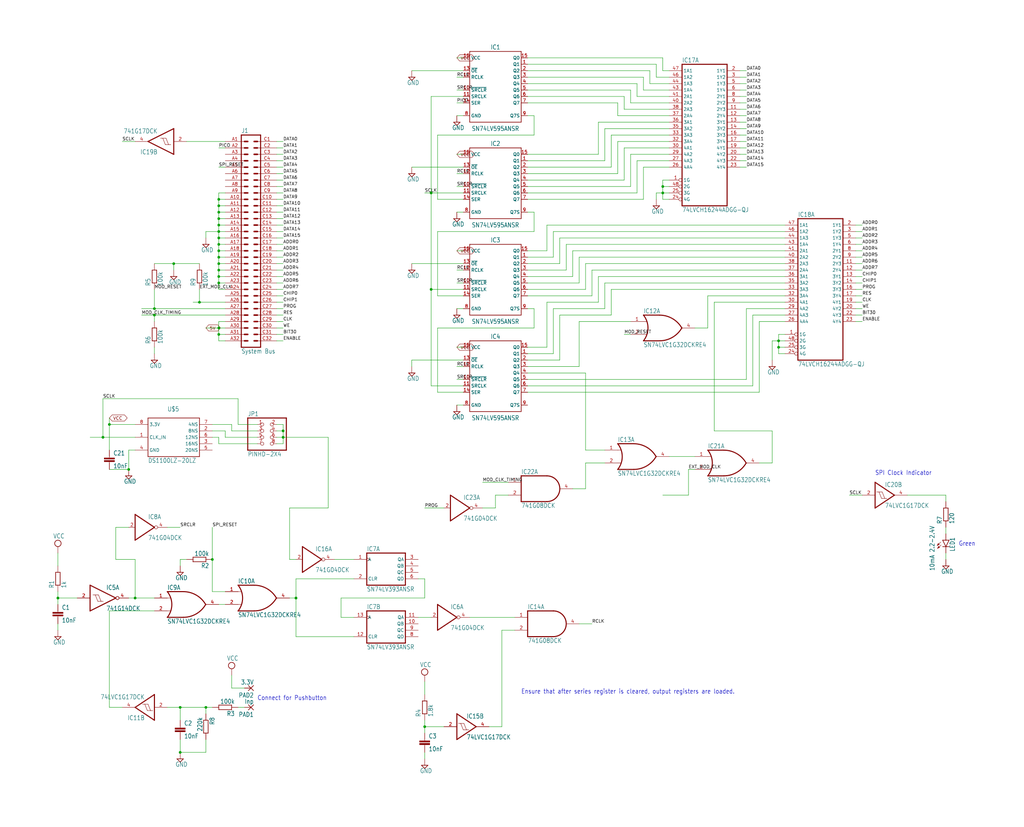
<source format=kicad_sch>
(kicad_sch (version 20231120) (generator "eeschema") (generator_version "8.0")
  (paper "User" 404.216 326.669)
  (lib_symbols
    (symbol "SPI2Parallel_v1p1-eagle-import:741G04DCK"
      (property "Reference" "IC" (at -0.635 -0.635 0))
      (symbol "741G04DCK_1_0"
        (pin input line (at -5.08 0 0) (length 2.54) (name "I") (number "2"))
        (pin output inverted (at 10.16 0 180) (length 5.08) (name "O") (number "4"))
      )
      (symbol "741G04DCK_2_0"
        (text "GND" (at 1.905 -6.35 900) (effects (font (size 1.27 1.0795)) (justify left bottom)))
        (text "VCC" (at 1.905 2.54 900) (effects (font (size 1.27 1.0795)) (justify left bottom)))
        (pin power_in line (at 0 -7.62 90) (length 5.08) (name "GND") (number "3"))
        (pin power_in line (at 0 7.62 270) (length 5.08) (name "VCC") (number "5"))
      )
    )
    (symbol "SPI2Parallel_v1p1-eagle-import:741G08DCK"
      (property "Reference" "IC" (at -0.635 -0.635 0))
      (symbol "741G08DCK_1_0"
        (pin input line (at -12.7 2.54 0) (length 5.08) (name "I0") (number "1"))
        (pin input line (at -12.7 -2.54 0) (length 5.08) (name "I1") (number "2"))
        (pin output line (at 12.7 0 180) (length 5.08) (name "O") (number "4"))
      )
      (symbol "741G08DCK_2_0"
        (text "GND" (at 1.905 -6.35 900) (effects (font (size 1.27 1.0795)) (justify left bottom)))
        (text "VCC" (at 1.905 2.54 900) (effects (font (size 1.27 1.0795)) (justify left bottom)))
        (pin power_in line (at 0 -7.62 90) (length 5.08) (name "GND") (number "3"))
        (pin power_in line (at 0 7.62 270) (length 5.08) (name "VCC") (number "5"))
      )
    )
    (symbol "SPI2Parallel_v1p1-eagle-import:741G14DCK"
      (property "Reference" "IC" (at -0.635 -0.635 0))
      (symbol "741G14DCK_1_0"
        (pin input line (at -10.16 0 0) (length 5.08) (name "I") (number "2"))
        (pin output inverted (at 10.16 0 180) (length 5.08) (name "O") (number "4"))
      )
      (symbol "741G14DCK_2_0"
        (text "GND" (at 1.905 -6.35 900) (effects (font (size 1.27 1.0795)) (justify left bottom)))
        (text "VCC" (at 1.905 2.54 900) (effects (font (size 1.27 1.0795)) (justify left bottom)))
        (pin power_in line (at 0 -7.62 90) (length 5.08) (name "GND") (number "3"))
        (pin power_in line (at 0 7.62 270) (length 5.08) (name "VCC") (number "5"))
      )
    )
    (symbol "SPI2Parallel_v1p1-eagle-import:741G17DCK"
      (property "Reference" "IC" (at 1.27 3.175 0))
      (symbol "741G17DCK_1_0"
        (text "GND" (at 1.905 -6.35 900) (effects (font (size 1.27 1.0795)) (justify left bottom)))
        (text "VCC" (at 1.905 2.54 900) (effects (font (size 1.27 1.0795)) (justify left bottom)))
        (pin power_in line (at 0 -7.62 90) (length 5.08) (name "GND") (number "3"))
        (pin power_in line (at 0 7.62 270) (length 5.08) (name "VCC") (number "5"))
      )
      (symbol "741G17DCK_2_0"
        (pin input line (at -7.62 0 0) (length 5.08) (name "I") (number "2"))
        (pin output line (at 10.16 0 180) (length 5.08) (name "O") (number "4"))
      )
    )
    (symbol "SPI2Parallel_v1p1-eagle-import:741G32DCK"
      (property "Reference" "IC" (at -0.635 -0.635 0))
      (symbol "741G32DCK_1_0"
        (pin input line (at -12.7 2.54 0) (length 5.08) (name "I0") (number "1"))
        (pin input line (at -12.7 -2.54 0) (length 5.08) (name "I1") (number "2"))
        (pin output line (at 12.7 0 180) (length 5.08) (name "O") (number "4"))
      )
      (symbol "741G32DCK_2_0"
        (text "GND" (at 1.905 -6.35 900) (effects (font (size 1.27 1.0795)) (justify left bottom)))
        (text "VCC" (at 1.905 2.54 900) (effects (font (size 1.27 1.0795)) (justify left bottom)))
        (pin power_in line (at 0 -7.62 90) (length 5.08) (name "GND") (number "3"))
        (pin power_in line (at 0 7.62 270) (length 5.08) (name "VCC") (number "5"))
      )
    )
    (symbol "SPI2Parallel_v1p1-eagle-import:74393D"
      (property "Reference" "IC" (at -0.635 -0.635 0))
      (symbol "74393D_1_0"
        (pin input clock (at -12.7 2.54 0) (length 5.08) (name "A") (number "1"))
        (pin input line (at -12.7 -5.08 0) (length 5.08) (name "CLR") (number "2"))
        (pin output line (at 12.7 2.54 180) (length 5.08) (name "QA") (number "3"))
        (pin output line (at 12.7 0 180) (length 5.08) (name "QB") (number "4"))
        (pin output line (at 12.7 -2.54 180) (length 5.08) (name "QC") (number "5"))
        (pin output line (at 12.7 -5.08 180) (length 5.08) (name "QD") (number "6"))
      )
      (symbol "74393D_2_0"
        (pin output line (at 12.7 0 180) (length 5.08) (name "QB") (number "10"))
        (pin output line (at 12.7 2.54 180) (length 5.08) (name "QA") (number "11"))
        (pin input line (at -12.7 -5.08 0) (length 5.08) (name "CLR") (number "12"))
        (pin input clock (at -12.7 2.54 0) (length 5.08) (name "A") (number "13"))
        (pin output line (at 12.7 -5.08 180) (length 5.08) (name "QD") (number "8"))
        (pin output line (at 12.7 -2.54 180) (length 5.08) (name "QC") (number "9"))
      )
      (symbol "74393D_3_0"
        (text "GND" (at 1.905 -5.842 900) (effects (font (size 1.27 1.0795)) (justify left bottom)))
        (text "VCC" (at 1.905 2.54 900) (effects (font (size 1.27 1.0795)) (justify left bottom)))
        (pin power_in line (at 0 7.62 270) (length 5.08) (name "VCC") (number "14"))
        (pin power_in line (at 0 -7.62 90) (length 5.08) (name "GND") (number "7"))
      )
    )
    (symbol "SPI2Parallel_v1p1-eagle-import:74AC16244"
      (property "Reference" "IC" (at -0.635 -0.635 0))
      (symbol "74AC16244_1_0"
        (pin input inverted (at -15.24 -17.78 0) (length 5.08) (name "1G") (number "1"))
        (pin tri_state line (at 12.7 10.16 180) (length 5.08) (name "2Y3") (number "11"))
        (pin tri_state line (at 12.7 7.62 180) (length 5.08) (name "2Y4") (number "12"))
        (pin tri_state line (at 12.7 5.08 180) (length 5.08) (name "3Y1") (number "13"))
        (pin tri_state line (at 12.7 2.54 180) (length 5.08) (name "3Y2") (number "14"))
        (pin tri_state line (at 12.7 0 180) (length 5.08) (name "3Y3") (number "16"))
        (pin tri_state line (at 12.7 -2.54 180) (length 5.08) (name "3Y4") (number "17"))
        (pin tri_state line (at 12.7 -5.08 180) (length 5.08) (name "4Y1") (number "19"))
        (pin tri_state line (at 12.7 25.4 180) (length 5.08) (name "1Y1") (number "2"))
        (pin tri_state line (at 12.7 -7.62 180) (length 5.08) (name "4Y2") (number "20"))
        (pin tri_state line (at 12.7 -10.16 180) (length 5.08) (name "4Y3") (number "22"))
        (pin tri_state line (at 12.7 -12.7 180) (length 5.08) (name "4Y4") (number "23"))
        (pin input inverted (at -15.24 -25.4 0) (length 5.08) (name "4G") (number "24"))
        (pin input inverted (at -15.24 -22.86 0) (length 5.08) (name "3G") (number "25"))
        (pin input line (at -15.24 -12.7 0) (length 5.08) (name "4A4") (number "26"))
        (pin input line (at -15.24 -10.16 0) (length 5.08) (name "4A3") (number "27"))
        (pin input line (at -15.24 -7.62 0) (length 5.08) (name "4A2") (number "29"))
        (pin tri_state line (at 12.7 22.86 180) (length 5.08) (name "1Y2") (number "3"))
        (pin input line (at -15.24 -5.08 0) (length 5.08) (name "4A1") (number "30"))
        (pin input line (at -15.24 -2.54 0) (length 5.08) (name "3A4") (number "32"))
        (pin input line (at -15.24 0 0) (length 5.08) (name "3A3") (number "33"))
        (pin input line (at -15.24 2.54 0) (length 5.08) (name "3A2") (number "35"))
        (pin input line (at -15.24 5.08 0) (length 5.08) (name "3A1") (number "36"))
        (pin input line (at -15.24 7.62 0) (length 5.08) (name "2A4") (number "37"))
        (pin input line (at -15.24 10.16 0) (length 5.08) (name "2A3") (number "38"))
        (pin input line (at -15.24 12.7 0) (length 5.08) (name "2A2") (number "40"))
        (pin input line (at -15.24 15.24 0) (length 5.08) (name "2A1") (number "41"))
        (pin input line (at -15.24 17.78 0) (length 5.08) (name "1A4") (number "43"))
        (pin input line (at -15.24 20.32 0) (length 5.08) (name "1A3") (number "44"))
        (pin input line (at -15.24 22.86 0) (length 5.08) (name "1A2") (number "46"))
        (pin input line (at -15.24 25.4 0) (length 5.08) (name "1A1") (number "47"))
        (pin input inverted (at -15.24 -20.32 0) (length 5.08) (name "2G") (number "48"))
        (pin tri_state line (at 12.7 20.32 180) (length 5.08) (name "1Y3") (number "5"))
        (pin tri_state line (at 12.7 17.78 180) (length 5.08) (name "1Y4") (number "6"))
        (pin tri_state line (at 12.7 15.24 180) (length 5.08) (name "2Y1") (number "8"))
        (pin tri_state line (at 12.7 12.7 180) (length 5.08) (name "2Y2") (number "9"))
      )
      (symbol "74AC16244_2_0"
        (text "GND" (at 14.605 -5.842 900) (effects (font (size 1.27 1.0795)) (justify left bottom)))
        (text "VCC" (at 6.985 2.54 900) (effects (font (size 1.27 1.0795)) (justify left bottom)))
        (pin power_in line (at -2.54 -7.62 90) (length 5.08) (name "GND@2") (number "10"))
        (pin power_in line (at 0 -7.62 90) (length 5.08) (name "GND@3") (number "15"))
        (pin power_in line (at 0 7.62 270) (length 5.08) (name "VCC@2") (number "18"))
        (pin power_in line (at 2.54 -7.62 90) (length 5.08) (name "GND@4") (number "21"))
        (pin power_in line (at 5.08 -7.62 90) (length 5.08) (name "GND@5") (number "28"))
        (pin power_in line (at 2.54 7.62 270) (length 5.08) (name "VCC@3") (number "31"))
        (pin power_in line (at 7.62 -7.62 90) (length 5.08) (name "GND@6") (number "34"))
        (pin power_in line (at 10.16 -7.62 90) (length 5.08) (name "GND@7") (number "39"))
        (pin power_in line (at -5.08 -7.62 90) (length 5.08) (name "GND@1") (number "4"))
        (pin power_in line (at 5.08 7.62 270) (length 5.08) (name "VCC@4") (number "42"))
        (pin power_in line (at 12.7 -7.62 90) (length 5.08) (name "GND@8") (number "45"))
        (pin power_in line (at -2.54 7.62 270) (length 5.08) (name "VCC@1") (number "7"))
      )
    )
    (symbol "SPI2Parallel_v1p1-eagle-import:74HC595_SOIC"
      (property "Reference" "IC" (at 0 14.38 0))
      (symbol "74HC595_SOIC_1_0"
        (pin output line (at 12.7 7.62 180) (length 2.54) (name "Q1") (number "1"))
        (pin input line (at -12.7 -2.54 0) (length 2.54) (name "~{SRCLR}") (number "10"))
        (pin input line (at -12.7 -5.08 0) (length 2.54) (name "SRCLK") (number "11"))
        (pin input line (at -12.7 2.54 0) (length 2.54) (name "RCLK") (number "12"))
        (pin output line (at -12.7 5.08 0) (length 2.54) (name "~{OE}") (number "13"))
        (pin input line (at -12.7 -7.62 0) (length 2.54) (name "SER") (number "14"))
        (pin output line (at 12.7 10.16 180) (length 2.54) (name "Q0") (number "15"))
        (pin bidirectional line (at -12.7 10.16 0) (length 2.54) (name "VCC") (number "16"))
        (pin output line (at 12.7 5.08 180) (length 2.54) (name "Q2") (number "2"))
        (pin output line (at 12.7 2.54 180) (length 2.54) (name "Q3") (number "3"))
        (pin output line (at 12.7 0 180) (length 2.54) (name "Q4") (number "4"))
        (pin output line (at 12.7 -2.54 180) (length 2.54) (name "Q5") (number "5"))
        (pin output line (at 12.7 -5.08 180) (length 2.54) (name "Q6") (number "6"))
        (pin output line (at 12.7 -7.62 180) (length 2.54) (name "Q7") (number "7"))
        (pin bidirectional line (at -12.7 -12.7 0) (length 2.54) (name "GND") (number "8"))
        (pin output line (at 12.7 -12.7 180) (length 2.54) (name "Q7S") (number "9"))
      )
    )
    (symbol "SPI2Parallel_v1p1-eagle-import:74xx-little-us_741G17DCK"
      (property "Reference" "IC" (at 1.27 3.175 0))
      (symbol "74xx-little-us_741G17DCK_1_0"
        (text "GND" (at 1.905 -6.35 900) (effects (font (size 1.27 1.0795)) (justify left bottom)))
        (text "VCC" (at 1.905 2.54 900) (effects (font (size 1.27 1.0795)) (justify left bottom)))
        (pin power_in line (at 0 -7.62 90) (length 5.08) (name "GND") (number "3"))
        (pin power_in line (at 0 7.62 270) (length 5.08) (name "VCC") (number "5"))
      )
      (symbol "74xx-little-us_741G17DCK_2_0"
        (pin input line (at -10.16 0 0) (length 5.08) (name "I") (number "2"))
        (pin output line (at 10.16 0 180) (length 5.08) (name "O") (number "4"))
      )
    )
    (symbol "SPI2Parallel_v1p1-eagle-import:C-EUC0603"
      (property "Reference" "C" (at 1.524 0.381 0))
      (symbol "C-EUC0603_1_0"
        (pin passive line (at 0 2.54 270) (length 2.54) (name "1") (number "1"))
        (pin passive line (at 0 -5.08 90) (length 2.54) (name "2") (number "2"))
      )
    )
    (symbol "SPI2Parallel_v1p1-eagle-import:DS1100LZ-20LZ"
      (symbol "DS1100LZ-20LZ_1_0"
        (pin bidirectional line (at -15.24 2.54 0) (length 5.08) (name "CLK_IN") (number "1"))
        (pin bidirectional line (at 15.24 5.08 180) (length 5.08) (name "8NS") (number "2"))
        (pin bidirectional line (at 15.24 0 180) (length 5.08) (name "16NS") (number "3"))
        (pin bidirectional line (at -15.24 -2.54 0) (length 5.08) (name "GND") (number "4"))
        (pin bidirectional line (at 15.24 -2.54 180) (length 5.08) (name "20NS") (number "5"))
        (pin bidirectional line (at 15.24 2.54 180) (length 5.08) (name "12NS") (number "6"))
        (pin bidirectional line (at 15.24 7.62 180) (length 5.08) (name "4NS") (number "7"))
        (pin bidirectional line (at -15.24 7.62 0) (length 5.08) (name "3.3V") (number "8"))
      )
    )
    (symbol "SPI2Parallel_v1p1-eagle-import:GND" (power)
      (symbol "GND_1_0"
        (pin power_in line (at 0 2.54 270) (length 2.54) (name "GND") (number "1"))
      )
    )
    (symbol "SPI2Parallel_v1p1-eagle-import:LED3MM"
      (property "Reference" "LED" (at 3.556 -4.572 90))
      (symbol "LED3MM_1_0"
        (pin passive line (at 0 2.54 270) (length 2.54) (name "A") (number "A"))
        (pin passive line (at 0 -5.08 90) (length 2.54) (name "C") (number "K"))
      )
    )
    (symbol "SPI2Parallel_v1p1-eagle-import:PINHD-2X4"
      (property "Reference" "JP" (at -6.35 8.255 0))
      (symbol "PINHD-2X4_1_0"
        (pin passive inverted (at -2.54 5.08 0) (length 2.54) (name "1") (number "1"))
        (pin passive inverted (at 5.08 5.08 180) (length 2.54) (name "2") (number "2"))
        (pin passive inverted (at -2.54 2.54 0) (length 2.54) (name "3") (number "3"))
        (pin passive inverted (at 5.08 2.54 180) (length 2.54) (name "4") (number "4"))
        (pin passive inverted (at -2.54 0 0) (length 2.54) (name "5") (number "5"))
        (pin passive inverted (at 5.08 0 180) (length 2.54) (name "6") (number "6"))
        (pin passive inverted (at -2.54 -2.54 0) (length 2.54) (name "7") (number "7"))
        (pin passive inverted (at 5.08 -2.54 180) (length 2.54) (name "8") (number "8"))
      )
    )
    (symbol "SPI2Parallel_v1p1-eagle-import:R-EU_R0603"
      (property "Reference" "R" (at -3.81 1.4986 0))
      (symbol "R-EU_R0603_1_0"
        (pin passive line (at -5.08 0 0) (length 2.54) (name "1") (number "1"))
        (pin passive line (at 5.08 0 180) (length 2.54) (name "2") (number "2"))
      )
    )
    (symbol "SPI2Parallel_v1p1-eagle-import:SMD5"
      (property "Reference" "PAD" (at -1.143 1.8542 0))
      (symbol "SMD5_1_0"
        (pin passive line (at 2.54 0 180) (length 2.54) (name "P") (number "1"))
      )
    )
    (symbol "SPI2Parallel_v1p1-eagle-import:VCC" (power)
      (symbol "VCC_1_0"
        (pin power_in line (at 0 -2.54 90) (length 2.54) (name "VCC") (number "1"))
      )
    )
    (symbol "SPI2Parallel_v1p1-eagle-import:VG64P"
      (property "Reference" "J" (at -3.81 41.402 0))
      (symbol "VG64P_1_0"
        (pin passive line (at -10.16 38.1 0) (length 7.62) (name "A1") (number "A1"))
        (pin passive line (at -10.16 15.24 0) (length 7.62) (name "A10") (number "A10"))
        (pin passive line (at -10.16 12.7 0) (length 7.62) (name "A11") (number "A11"))
        (pin passive line (at -10.16 10.16 0) (length 7.62) (name "A12") (number "A12"))
        (pin passive line (at -10.16 7.62 0) (length 7.62) (name "A13") (number "A13"))
        (pin passive line (at -10.16 5.08 0) (length 7.62) (name "A14") (number "A14"))
        (pin passive line (at -10.16 2.54 0) (length 7.62) (name "A15") (number "A15"))
        (pin passive line (at -10.16 0 0) (length 7.62) (name "A16") (number "A16"))
        (pin passive line (at -10.16 -2.54 0) (length 7.62) (name "A17") (number "A17"))
        (pin passive line (at -10.16 -5.08 0) (length 7.62) (name "A18") (number "A18"))
        (pin passive line (at -10.16 -7.62 0) (length 7.62) (name "A19") (number "A19"))
        (pin passive line (at -10.16 35.56 0) (length 7.62) (name "A2") (number "A2"))
        (pin passive line (at -10.16 -10.16 0) (length 7.62) (name "A20") (number "A20"))
        (pin passive line (at -10.16 -12.7 0) (length 7.62) (name "A21") (number "A21"))
        (pin passive line (at -10.16 -15.24 0) (length 7.62) (name "A22") (number "A22"))
        (pin passive line (at -10.16 -17.78 0) (length 7.62) (name "A23") (number "A23"))
        (pin passive line (at -10.16 -20.32 0) (length 7.62) (name "A24") (number "A24"))
        (pin passive line (at -10.16 -22.86 0) (length 7.62) (name "A25") (number "A25"))
        (pin passive line (at -10.16 -25.4 0) (length 7.62) (name "A26") (number "A26"))
        (pin passive line (at -10.16 -27.94 0) (length 7.62) (name "A27") (number "A27"))
        (pin passive line (at -10.16 -30.48 0) (length 7.62) (name "A28") (number "A28"))
        (pin passive line (at -10.16 -33.02 0) (length 7.62) (name "A29") (number "A29"))
        (pin passive line (at -10.16 33.02 0) (length 7.62) (name "A3") (number "A3"))
        (pin passive line (at -10.16 -35.56 0) (length 7.62) (name "A30") (number "A30"))
        (pin passive line (at -10.16 -38.1 0) (length 7.62) (name "A31") (number "A31"))
        (pin passive line (at -10.16 -40.64 0) (length 7.62) (name "A32") (number "A32"))
        (pin passive line (at -10.16 30.48 0) (length 7.62) (name "A4") (number "A4"))
        (pin passive line (at -10.16 27.94 0) (length 7.62) (name "A5") (number "A5"))
        (pin passive line (at -10.16 25.4 0) (length 7.62) (name "A6") (number "A6"))
        (pin passive line (at -10.16 22.86 0) (length 7.62) (name "A7") (number "A7"))
        (pin passive line (at -10.16 20.32 0) (length 7.62) (name "A8") (number "A8"))
        (pin passive line (at -10.16 17.78 0) (length 7.62) (name "A9") (number "A9"))
        (pin passive line (at 10.16 38.1 180) (length 7.62) (name "C1") (number "C1"))
        (pin passive line (at 10.16 15.24 180) (length 7.62) (name "C10") (number "C10"))
        (pin passive line (at 10.16 12.7 180) (length 7.62) (name "C11") (number "C11"))
        (pin passive line (at 10.16 10.16 180) (length 7.62) (name "C12") (number "C12"))
        (pin passive line (at 10.16 7.62 180) (length 7.62) (name "C13") (number "C13"))
        (pin passive line (at 10.16 5.08 180) (length 7.62) (name "C14") (number "C14"))
        (pin passive line (at 10.16 2.54 180) (length 7.62) (name "C15") (number "C15"))
        (pin passive line (at 10.16 0 180) (length 7.62) (name "C16") (number "C16"))
        (pin passive line (at 10.16 -2.54 180) (length 7.62) (name "C17") (number "C17"))
        (pin passive line (at 10.16 -5.08 180) (length 7.62) (name "C18") (number "C18"))
        (pin passive line (at 10.16 -7.62 180) (length 7.62) (name "C19") (number "C19"))
        (pin passive line (at 10.16 35.56 180) (length 7.62) (name "C2") (number "C2"))
        (pin passive line (at 10.16 -10.16 180) (length 7.62) (name "C20") (number "C20"))
        (pin passive line (at 10.16 -12.7 180) (length 7.62) (name "C21") (number "C21"))
        (pin passive line (at 10.16 -15.24 180) (length 7.62) (name "C22") (number "C22"))
        (pin passive line (at 10.16 -17.78 180) (length 7.62) (name "C23") (number "C23"))
        (pin passive line (at 10.16 -20.32 180) (length 7.62) (name "C24") (number "C24"))
        (pin passive line (at 10.16 -22.86 180) (length 7.62) (name "C25") (number "C25"))
        (pin passive line (at 10.16 -25.4 180) (length 7.62) (name "C26") (number "C26"))
        (pin passive line (at 10.16 -27.94 180) (length 7.62) (name "C27") (number "C27"))
        (pin passive line (at 10.16 -30.48 180) (length 7.62) (name "C28") (number "C28"))
        (pin passive line (at 10.16 -33.02 180) (length 7.62) (name "C29") (number "C29"))
        (pin passive line (at 10.16 33.02 180) (length 7.62) (name "C3") (number "C3"))
        (pin passive line (at 10.16 -35.56 180) (length 7.62) (name "C30") (number "C30"))
        (pin passive line (at 10.16 -38.1 180) (length 7.62) (name "C31") (number "C31"))
        (pin passive line (at 10.16 -40.64 180) (length 7.62) (name "C32") (number "C32"))
        (pin passive line (at 10.16 30.48 180) (length 7.62) (name "C4") (number "C4"))
        (pin passive line (at 10.16 27.94 180) (length 7.62) (name "C5") (number "C5"))
        (pin passive line (at 10.16 25.4 180) (length 7.62) (name "C6") (number "C6"))
        (pin passive line (at 10.16 22.86 180) (length 7.62) (name "C7") (number "C7"))
        (pin passive line (at 10.16 20.32 180) (length 7.62) (name "C8") (number "C8"))
        (pin passive line (at 10.16 17.78 180) (length 7.62) (name "C9") (number "C9"))
      )
    )
  )
  (junction (at 86.36 109.22))
  (junction (at 53.34 236.22))
  (junction (at 86.36 91.44))
  (junction (at 50.8 185.42))
  (junction (at 86.36 104.14))
  (junction (at 307.34 134.62))
  (junction (at 111.76 170.18))
  (junction (at 81.28 279.4))
  (junction (at 71.12 297.18))
  (junction (at 261.62 73.66))
  (junction (at 86.36 88.9))
  (junction (at 22.86 236.22))
  (junction (at 86.36 106.68))
  (junction (at 111.76 172.72))
  (junction (at 86.36 129.54))
  (junction (at 40.64 172.72))
  (junction (at 60.96 124.46))
  (junction (at 170.18 76.2))
  (junction (at 83.82 220.98))
  (junction (at 71.12 279.4))
  (junction (at 167.64 287.02))
  (junction (at 116.84 236.22))
  (junction (at 68.58 104.14))
  (junction (at 86.36 83.82))
  (junction (at 86.36 132.08))
  (junction (at 86.36 96.52))
  (junction (at 86.36 101.6))
  (junction (at 60.96 121.92))
  (junction (at 307.34 137.16))
  (junction (at 43.18 167.64))
  (junction (at 86.36 111.76))
  (junction (at 78.74 119.38))
  (junction (at 86.36 99.06))
  (junction (at 86.36 78.74))
  (junction (at 170.18 114.3))
  (junction (at 86.36 86.36))
  (junction (at 86.36 81.28))
  (junction (at 261.62 76.2))
  (junction (at 86.36 93.98))
  (wire (pts (xy 261.62 78.74) (xy 264.16 78.74)) (stroke (width 0.1524)))
  (wire (pts (xy 109.22 96.52) (xy 111.76 96.52)) (stroke (width 0.1524)))
  (wire (pts (xy 208.28 35.56) (xy 248.92 35.56)) (stroke (width 0.1524)))
  (wire (pts (xy 170.18 114.3) (xy 182.88 114.3)) (stroke (width 0.1524)))
  (wire (pts (xy 208.28 154.94) (xy 299.72 154.94)) (stroke (width 0.1524)))
  (wire (pts (xy 220.98 142.24) (xy 220.98 124.46)) (stroke (width 0.1524)))
  (wire (pts (xy 337.82 91.44) (xy 340.36 91.44)) (stroke (width 0.1524)))
  (wire (pts (xy 53.34 220.98) (xy 45.72 220.98)) (stroke (width 0.1524)))
  (wire (pts (xy 86.36 132.08) (xy 86.36 129.54)) (stroke (width 0.1524)))
  (wire (pts (xy 88.9 170.18) (xy 88.9 172.72)) (stroke (width 0.1524)))
  (wire (pts (xy 292.1 60.96) (xy 294.64 60.96)) (stroke (width 0.1524)))
  (wire (pts (xy 231.14 147.32) (xy 208.28 147.32)) (stroke (width 0.1524)))
  (wire (pts (xy 281.94 170.18) (xy 281.94 119.38)) (stroke (width 0.1524)))
  (wire (pts (xy 292.1 50.8) (xy 294.64 50.8)) (stroke (width 0.1524)))
  (wire (pts (xy 243.84 55.88) (xy 264.16 55.88)) (stroke (width 0.1524)))
  (wire (pts (xy 236.22 119.38) (xy 236.22 109.22)) (stroke (width 0.1524)))
  (wire (pts (xy 96.52 271.78) (xy 91.44 271.78)) (stroke (width 0.1524)))
  (wire (pts (xy 162.56 142.24) (xy 162.56 144.78)) (stroke (width 0.1524)))
  (wire (pts (xy 167.64 228.6) (xy 167.64 236.22)) (stroke (width 0.1524)))
  (wire (pts (xy 88.9 172.72) (xy 101.6 172.72)) (stroke (width 0.1524)))
  (wire (pts (xy 261.62 73.66) (xy 261.62 76.2)) (stroke (width 0.1524)))
  (wire (pts (xy 109.22 175.26) (xy 111.76 175.26)) (stroke (width 0.1524)))
  (wire (pts (xy 88.9 134.62) (xy 86.36 134.62)) (stroke (width 0.1524)))
  (wire (pts (xy 246.38 38.1) (xy 246.38 43.18)) (stroke (width 0.1524)))
  (wire (pts (xy 71.12 279.4) (xy 66.04 279.4)) (stroke (width 0.1524)))
  (wire (pts (xy 294.64 121.92) (xy 309.88 121.92)) (stroke (width 0.1524)))
  (wire (pts (xy 60.96 124.46) (xy 55.88 124.46)) (stroke (width 0.1524)))
  (wire (pts (xy 193.04 287.02) (xy 198.12 287.02)) (stroke (width 0.1524)))
  (wire (pts (xy 208.28 121.92) (xy 210.82 121.92)) (stroke (width 0.1524)))
  (wire (pts (xy 172.72 91.44) (xy 172.72 116.84)) (stroke (width 0.1524)))
  (wire (pts (xy 109.22 78.74) (xy 111.76 78.74)) (stroke (width 0.1524)))
  (wire (pts (xy 129.54 172.72) (xy 129.54 200.66)) (stroke (width 0.1524)))
  (wire (pts (xy 86.36 76.2) (xy 86.36 78.74)) (stroke (width 0.1524)))
  (wire (pts (xy 43.18 185.42) (xy 50.8 185.42)) (stroke (width 0.1524)))
  (wire (pts (xy 170.18 76.2) (xy 167.64 76.2)) (stroke (width 0.1524)))
  (wire (pts (xy 88.9 66.04) (xy 86.36 66.04)) (stroke (width 0.1524)))
  (wire (pts (xy 337.82 99.06) (xy 340.36 99.06)) (stroke (width 0.1524)))
  (wire (pts (xy 208.28 99.06) (xy 215.9 99.06)) (stroke (width 0.1524)))
  (wire (pts (xy 337.82 121.92) (xy 340.36 121.92)) (stroke (width 0.1524)))
  (wire (pts (xy 48.26 279.4) (xy 43.18 279.4)) (stroke (width 0.1524)))
  (wire (pts (xy 185.42 243.84) (xy 203.2 243.84)) (stroke (width 0.1524)))
  (wire (pts (xy 88.9 91.44) (xy 86.36 91.44)) (stroke (width 0.1524)))
  (wire (pts (xy 43.18 241.3) (xy 60.96 241.3)) (stroke (width 0.1524)))
  (wire (pts (xy 231.14 193.04) (xy 231.14 182.88)) (stroke (width 0.1524)))
  (wire (pts (xy 60.96 114.3) (xy 60.96 121.92)) (stroke (width 0.1524)))
  (wire (pts (xy 208.28 114.3) (xy 231.14 114.3)) (stroke (width 0.1524)))
  (wire (pts (xy 233.68 116.84) (xy 233.68 106.68)) (stroke (width 0.1524)))
  (wire (pts (xy 86.36 175.26) (xy 101.6 175.26)) (stroke (width 0.1524)))
  (wire (pts (xy 172.72 129.54) (xy 172.72 154.94)) (stroke (width 0.1524)))
  (wire (pts (xy 208.28 137.16) (xy 215.9 137.16)) (stroke (width 0.1524)))
  (wire (pts (xy 88.9 121.92) (xy 60.96 121.92)) (stroke (width 0.1524)))
  (wire (pts (xy 236.22 109.22) (xy 309.88 109.22)) (stroke (width 0.1524)))
  (wire (pts (xy 22.86 223.52) (xy 22.86 218.44)) (stroke (width 0.1524)))
  (wire (pts (xy 86.36 83.82) (xy 86.36 86.36)) (stroke (width 0.1524)))
  (wire (pts (xy 53.34 236.22) (xy 50.8 236.22)) (stroke (width 0.1524)))
  (wire (pts (xy 271.78 195.58) (xy 261.62 195.58)) (stroke (width 0.1524)))
  (wire (pts (xy 208.28 73.66) (xy 248.92 73.66)) (stroke (width 0.1524)))
  (wire (pts (xy 251.46 38.1) (xy 264.16 38.1)) (stroke (width 0.1524)))
  (wire (pts (xy 208.28 25.4) (xy 259.08 25.4)) (stroke (width 0.1524)))
  (wire (pts (xy 297.18 124.46) (xy 309.88 124.46)) (stroke (width 0.1524)))
  (wire (pts (xy 81.28 91.44) (xy 81.28 93.98)) (stroke (width 0.1524)))
  (wire (pts (xy 292.1 43.18) (xy 294.64 43.18)) (stroke (width 0.1524)))
  (wire (pts (xy 60.96 121.92) (xy 55.88 121.92)) (stroke (width 0.1524)))
  (wire (pts (xy 337.82 106.68) (xy 340.36 106.68)) (stroke (width 0.1524)))
  (wire (pts (xy 261.62 22.86) (xy 261.62 27.94)) (stroke (width 0.1524)))
  (wire (pts (xy 83.82 279.4) (xy 81.28 279.4)) (stroke (width 0.1524)))
  (wire (pts (xy 243.84 40.64) (xy 243.84 45.72)) (stroke (width 0.1524)))
  (wire (pts (xy 241.3 124.46) (xy 241.3 114.3)) (stroke (width 0.1524)))
  (wire (pts (xy 208.28 40.64) (xy 243.84 40.64)) (stroke (width 0.1524)))
  (wire (pts (xy 228.6 144.78) (xy 208.28 144.78)) (stroke (width 0.1524)))
  (wire (pts (xy 218.44 139.7) (xy 218.44 121.92)) (stroke (width 0.1524)))
  (wire (pts (xy 271.78 185.42) (xy 271.78 195.58)) (stroke (width 0.1524)))
  (wire (pts (xy 109.22 127) (xy 111.76 127)) (stroke (width 0.1524)))
  (wire (pts (xy 292.1 53.34) (xy 294.64 53.34)) (stroke (width 0.1524)))
  (wire (pts (xy 86.36 91.44) (xy 86.36 93.98)) (stroke (width 0.1524)))
  (wire (pts (xy 88.9 106.68) (xy 86.36 106.68)) (stroke (width 0.1524)))
  (wire (pts (xy 167.64 297.18) (xy 167.64 299.72)) (stroke (width 0.1524)))
  (wire (pts (xy 88.9 119.38) (xy 78.74 119.38)) (stroke (width 0.1524)))
  (wire (pts (xy 238.76 63.5) (xy 238.76 50.8)) (stroke (width 0.1524)))
  (wire (pts (xy 116.84 236.22) (xy 116.84 251.46)) (stroke (width 0.1524)))
  (wire (pts (xy 304.8 170.18) (xy 281.94 170.18)) (stroke (width 0.1524)))
  (wire (pts (xy 292.1 30.48) (xy 294.64 30.48)) (stroke (width 0.1524)))
  (wire (pts (xy 373.38 218.44) (xy 373.38 220.98)) (stroke (width 0.1524)))
  (wire (pts (xy 182.88 40.64) (xy 180.34 40.64)) (stroke (width 0.1524)))
  (wire (pts (xy 182.88 45.72) (xy 180.34 45.72)) (stroke (width 0.1524)))
  (wire (pts (xy 292.1 55.88) (xy 294.64 55.88)) (stroke (width 0.1524)))
  (wire (pts (xy 292.1 27.94) (xy 294.64 27.94)) (stroke (width 0.1524)))
  (wire (pts (xy 208.28 45.72) (xy 210.82 45.72)) (stroke (width 0.1524)))
  (wire (pts (xy 53.34 172.72) (xy 40.64 172.72)) (stroke (width 0.1524)))
  (wire (pts (xy 373.38 208.28) (xy 373.38 210.82)) (stroke (width 0.1524)))
  (wire (pts (xy 170.18 152.4) (xy 170.18 114.3)) (stroke (width 0.1524)))
  (wire (pts (xy 337.82 127) (xy 340.36 127)) (stroke (width 0.1524)))
  (wire (pts (xy 88.9 109.22) (xy 86.36 109.22)) (stroke (width 0.1524)))
  (wire (pts (xy 264.16 180.34) (xy 274.32 180.34)) (stroke (width 0.1524)))
  (wire (pts (xy 109.22 114.3) (xy 111.76 114.3)) (stroke (width 0.1524)))
  (wire (pts (xy 109.22 76.2) (xy 111.76 76.2)) (stroke (width 0.1524)))
  (wire (pts (xy 182.88 73.66) (xy 180.34 73.66)) (stroke (width 0.1524)))
  (wire (pts (xy 170.18 76.2) (xy 182.88 76.2)) (stroke (width 0.1524)))
  (wire (pts (xy 66.04 208.28) (xy 71.12 208.28)) (stroke (width 0.1524)))
  (wire (pts (xy 340.36 195.58) (xy 335.28 195.58)) (stroke (width 0.1524)))
  (wire (pts (xy 40.64 157.48) (xy 40.64 172.72)) (stroke (width 0.1524)))
  (wire (pts (xy 337.82 119.38) (xy 340.36 119.38)) (stroke (width 0.1524)))
  (wire (pts (xy 167.64 236.22) (xy 134.62 236.22)) (stroke (width 0.1524)))
  (wire (pts (xy 254 78.74) (xy 254 66.04)) (stroke (width 0.1524)))
  (wire (pts (xy 228.6 111.76) (xy 228.6 101.6)) (stroke (width 0.1524)))
  (wire (pts (xy 309.88 137.16) (xy 307.34 137.16)) (stroke (width 0.1524)))
  (wire (pts (xy 299.72 182.88) (xy 304.8 182.88)) (stroke (width 0.1524)))
  (wire (pts (xy 175.26 200.66) (xy 167.64 200.66)) (stroke (width 0.1524)))
  (wire (pts (xy 109.22 111.76) (xy 111.76 111.76)) (stroke (width 0.1524)))
  (wire (pts (xy 109.22 73.66) (xy 111.76 73.66)) (stroke (width 0.1524)))
  (wire (pts (xy 182.88 38.1) (xy 170.18 38.1)) (stroke (width 0.1524)))
  (wire (pts (xy 292.1 63.5) (xy 294.64 63.5)) (stroke (width 0.1524)))
  (wire (pts (xy 208.28 78.74) (xy 254 78.74)) (stroke (width 0.1524)))
  (wire (pts (xy 337.82 96.52) (xy 340.36 96.52)) (stroke (width 0.1524)))
  (wire (pts (xy 210.82 83.82) (xy 210.82 91.44)) (stroke (width 0.1524)))
  (wire (pts (xy 88.9 55.88) (xy 73.66 55.88)) (stroke (width 0.1524)))
  (wire (pts (xy 88.9 99.06) (xy 86.36 99.06)) (stroke (width 0.1524)))
  (wire (pts (xy 208.28 27.94) (xy 256.54 27.94)) (stroke (width 0.1524)))
  (wire (pts (xy 88.9 111.76) (xy 86.36 111.76)) (stroke (width 0.1524)))
  (wire (pts (xy 208.28 76.2) (xy 251.46 76.2)) (stroke (width 0.1524)))
  (wire (pts (xy 114.3 200.66) (xy 114.3 220.98)) (stroke (width 0.1524)))
  (wire (pts (xy 109.22 71.12) (xy 111.76 71.12)) (stroke (width 0.1524)))
  (wire (pts (xy 198.12 287.02) (xy 198.12 248.92)) (stroke (width 0.1524)))
  (wire (pts (xy 22.86 233.68) (xy 22.86 236.22)) (stroke (width 0.1524)))
  (wire (pts (xy 264.16 71.12) (xy 261.62 71.12)) (stroke (width 0.1524)))
  (wire (pts (xy 109.22 88.9) (xy 111.76 88.9)) (stroke (width 0.1524)))
  (wire (pts (xy 208.28 63.5) (xy 238.76 63.5)) (stroke (width 0.1524)))
  (wire (pts (xy 210.82 91.44) (xy 172.72 91.44)) (stroke (width 0.1524)))
  (wire (pts (xy 182.88 83.82) (xy 180.34 83.82)) (stroke (width 0.1524)))
  (wire (pts (xy 109.22 58.42) (xy 111.76 58.42)) (stroke (width 0.1524)))
  (wire (pts (xy 175.26 287.02) (xy 167.64 287.02)) (stroke (width 0.1524)))
  (wire (pts (xy 337.82 114.3) (xy 340.36 114.3)) (stroke (width 0.1524)))
  (wire (pts (xy 93.98 167.64) (xy 93.98 157.48)) (stroke (width 0.1524)))
  (wire (pts (xy 83.82 233.68) (xy 83.82 220.98)) (stroke (width 0.1524)))
  (wire (pts (xy 261.62 71.12) (xy 261.62 73.66)) (stroke (width 0.1524)))
  (wire (pts (xy 139.7 228.6) (xy 116.84 228.6)) (stroke (width 0.1524)))
  (wire (pts (xy 88.9 129.54) (xy 86.36 129.54)) (stroke (width 0.1524)))
  (wire (pts (xy 172.72 116.84) (xy 182.88 116.84)) (stroke (width 0.1524)))
  (wire (pts (xy 182.88 137.16) (xy 180.34 137.16)) (stroke (width 0.1524)))
  (wire (pts (xy 109.22 83.82) (xy 111.76 83.82)) (stroke (width 0.1524)))
  (wire (pts (xy 114.3 236.22) (xy 116.84 236.22)) (stroke (width 0.1524)))
  (wire (pts (xy 170.18 38.1) (xy 170.18 76.2)) (stroke (width 0.1524)))
  (wire (pts (xy 337.82 104.14) (xy 340.36 104.14)) (stroke (width 0.1524)))
  (wire (pts (xy 88.9 132.08) (xy 86.36 132.08)) (stroke (width 0.1524)))
  (wire (pts (xy 254 35.56) (xy 264.16 35.56)) (stroke (width 0.1524)))
  (wire (pts (xy 210.82 121.92) (xy 210.82 129.54)) (stroke (width 0.1524)))
  (wire (pts (xy 182.88 22.86) (xy 180.34 22.86)) (stroke (width 0.1524)))
  (wire (pts (xy 109.22 104.14) (xy 111.76 104.14)) (stroke (width 0.1524)))
  (wire (pts (xy 261.62 27.94) (xy 264.16 27.94)) (stroke (width 0.1524)))
  (wire (pts (xy 218.44 91.44) (xy 309.88 91.44)) (stroke (width 0.1524)))
  (wire (pts (xy 297.18 152.4) (xy 297.18 124.46)) (stroke (width 0.1524)))
  (wire (pts (xy 231.14 114.3) (xy 231.14 104.14)) (stroke (width 0.1524)))
  (wire (pts (xy 114.3 220.98) (xy 116.84 220.98)) (stroke (width 0.1524)))
  (wire (pts (xy 88.9 86.36) (xy 86.36 86.36)) (stroke (width 0.1524)))
  (wire (pts (xy 182.88 106.68) (xy 180.34 106.68)) (stroke (width 0.1524)))
  (wire (pts (xy 358.14 195.58) (xy 373.38 195.58)) (stroke (width 0.1524)))
  (wire (pts (xy 307.34 139.7) (xy 309.88 139.7)) (stroke (width 0.1524)))
  (wire (pts (xy 111.76 172.72) (xy 111.76 170.18)) (stroke (width 0.1524)))
  (wire (pts (xy 91.44 271.78) (xy 91.44 266.7)) (stroke (width 0.1524)))
  (wire (pts (xy 78.74 104.14) (xy 68.58 104.14)) (stroke (width 0.1524)))
  (wire (pts (xy 45.72 220.98) (xy 45.72 208.28)) (stroke (width 0.1524)))
  (wire (pts (xy 50.8 185.42) (xy 50.8 177.8)) (stroke (width 0.1524)))
  (wire (pts (xy 218.44 101.6) (xy 218.44 91.44)) (stroke (width 0.1524)))
  (wire (pts (xy 91.44 170.18) (xy 101.6 170.18)) (stroke (width 0.1524)))
  (wire (pts (xy 337.82 111.76) (xy 340.36 111.76)) (stroke (width 0.1524)))
  (wire (pts (xy 109.22 132.08) (xy 111.76 132.08)) (stroke (width 0.1524)))
  (wire (pts (xy 220.98 104.14) (xy 220.98 93.98)) (stroke (width 0.1524)))
  (wire (pts (xy 246.38 71.12) (xy 246.38 58.42)) (stroke (width 0.1524)))
  (wire (pts (xy 182.88 111.76) (xy 180.34 111.76)) (stroke (width 0.1524)))
  (wire (pts (xy 248.92 132.08) (xy 246.38 132.08)) (stroke (width 0.1524)))
  (wire (pts (xy 220.98 124.46) (xy 241.3 124.46)) (stroke (width 0.1524)))
  (wire (pts (xy 83.82 172.72) (xy 86.36 172.72)) (stroke (width 0.1524)))
  (wire (pts (xy 337.82 124.46) (xy 340.36 124.46)) (stroke (width 0.1524)))
  (wire (pts (xy 279.4 129.54) (xy 279.4 116.84)) (stroke (width 0.1524)))
  (wire (pts (xy 182.88 152.4) (xy 170.18 152.4)) (stroke (width 0.1524)))
  (wire (pts (xy 248.92 40.64) (xy 264.16 40.64)) (stroke (width 0.1524)))
  (wire (pts (xy 195.58 200.66) (xy 190.5 200.66)) (stroke (width 0.1524)))
  (wire (pts (xy 309.88 134.62) (xy 307.34 134.62)) (stroke (width 0.1524)))
  (wire (pts (xy 208.28 116.84) (xy 233.68 116.84)) (stroke (width 0.1524)))
  (wire (pts (xy 292.1 58.42) (xy 294.64 58.42)) (stroke (width 0.1524)))
  (wire (pts (xy 88.9 81.28) (xy 86.36 81.28)) (stroke (width 0.1524)))
  (wire (pts (xy 243.84 45.72) (xy 264.16 45.72)) (stroke (width 0.1524)))
  (wire (pts (xy 81.28 281.94) (xy 81.28 279.4)) (stroke (width 0.1524)))
  (wire (pts (xy 259.08 78.74) (xy 259.08 76.2)) (stroke (width 0.1524)))
  (wire (pts (xy 170.18 114.3) (xy 170.18 76.2)) (stroke (width 0.1524)))
  (wire (pts (xy 231.14 104.14) (xy 309.88 104.14)) (stroke (width 0.1524)))
  (wire (pts (xy 243.84 68.58) (xy 243.84 55.88)) (stroke (width 0.1524)))
  (wire (pts (xy 231.14 177.8) (xy 238.76 177.8)) (stroke (width 0.1524)))
  (wire (pts (xy 182.88 27.94) (xy 162.56 27.94)) (stroke (width 0.1524)))
  (wire (pts (xy 139.7 220.98) (xy 132.08 220.98)) (stroke (width 0.1524)))
  (wire (pts (xy 251.46 33.02) (xy 251.46 38.1)) (stroke (width 0.1524)))
  (wire (pts (xy 53.34 55.88) (xy 48.26 55.88)) (stroke (width 0.1524)))
  (wire (pts (xy 81.28 279.4) (xy 71.12 279.4)) (stroke (width 0.1524)))
  (wire (pts (xy 86.36 106.68) (xy 86.36 109.22)) (stroke (width 0.1524)))
  (wire (pts (xy 86.36 109.22) (xy 86.36 111.76)) (stroke (width 0.1524)))
  (wire (pts (xy 251.46 63.5) (xy 264.16 63.5)) (stroke (width 0.1524)))
  (wire (pts (xy 226.06 109.22) (xy 226.06 99.06)) (stroke (width 0.1524)))
  (wire (pts (xy 274.32 129.54) (xy 279.4 129.54)) (stroke (width 0.1524)))
  (wire (pts (xy 208.28 139.7) (xy 218.44 139.7)) (stroke (width 0.1524)))
  (wire (pts (xy 241.3 114.3) (xy 309.88 114.3)) (stroke (width 0.1524)))
  (wire (pts (xy 373.38 195.58) (xy 373.38 198.12)) (stroke (width 0.1524)))
  (wire (pts (xy 73.66 220.98) (xy 71.12 220.98)) (stroke (width 0.1524)))
  (wire (pts (xy 86.36 99.06) (xy 86.36 101.6)) (stroke (width 0.1524)))
  (wire (pts (xy 60.96 236.22) (xy 53.34 236.22)) (stroke (width 0.1524)))
  (wire (pts (xy 264.16 76.2) (xy 261.62 76.2)) (stroke (width 0.1524)))
  (wire (pts (xy 88.9 58.42) (xy 86.36 58.42)) (stroke (width 0.1524)))
  (wire (pts (xy 236.22 48.26) (xy 264.16 48.26)) (stroke (width 0.1524)))
  (wire (pts (xy 208.28 101.6) (xy 218.44 101.6)) (stroke (width 0.1524)))
  (wire (pts (xy 210.82 129.54) (xy 172.72 129.54)) (stroke (width 0.1524)))
  (wire (pts (xy 109.22 116.84) (xy 111.76 116.84)) (stroke (width 0.1524)))
  (wire (pts (xy 294.64 149.86) (xy 294.64 121.92)) (stroke (width 0.1524)))
  (wire (pts (xy 208.28 60.96) (xy 236.22 60.96)) (stroke (width 0.1524)))
  (wire (pts (xy 337.82 109.22) (xy 340.36 109.22)) (stroke (width 0.1524)))
  (wire (pts (xy 109.22 167.64) (xy 111.76 167.64)) (stroke (width 0.1524)))
  (wire (pts (xy 45.72 208.28) (xy 50.8 208.28)) (stroke (width 0.1524)))
  (wire (pts (xy 30.48 236.22) (xy 22.86 236.22)) (stroke (width 0.1524)))
  (wire (pts (xy 60.96 104.14) (xy 68.58 104.14)) (stroke (width 0.1524)))
  (wire (pts (xy 88.9 233.68) (xy 83.82 233.68)) (stroke (width 0.1524)))
  (wire (pts (xy 337.82 101.6) (xy 340.36 101.6)) (stroke (width 0.1524)))
  (wire (pts (xy 111.76 167.64) (xy 111.76 170.18)) (stroke (width 0.1524)))
  (wire (pts (xy 109.22 81.28) (xy 111.76 81.28)) (stroke (width 0.1524)))
  (wire (pts (xy 167.64 274.32) (xy 167.64 269.24)) (stroke (width 0.1524)))
  (wire (pts (xy 86.36 238.76) (xy 88.9 238.76)) (stroke (width 0.1524)))
  (wire (pts (xy 134.62 236.22) (xy 134.62 243.84)) (stroke (width 0.1524)))
  (wire (pts (xy 208.28 142.24) (xy 220.98 142.24)) (stroke (width 0.1524)))
  (wire (pts (xy 292.1 40.64) (xy 294.64 40.64)) (stroke (width 0.1524)))
  (wire (pts (xy 215.9 88.9) (xy 309.88 88.9)) (stroke (width 0.1524)))
  (wire (pts (xy 182.88 142.24) (xy 162.56 142.24)) (stroke (width 0.1524)))
  (wire (pts (xy 210.82 53.34) (xy 172.72 53.34)) (stroke (width 0.1524)))
  (wire (pts (xy 109.22 124.46) (xy 111.76 124.46)) (stroke (width 0.1524)))
  (wire (pts (xy 241.3 66.04) (xy 241.3 53.34)) (stroke (width 0.1524)))
  (wire (pts (xy 208.28 109.22) (xy 226.06 109.22)) (stroke (width 0.1524)))
  (wire (pts (xy 88.9 78.74) (xy 86.36 78.74)) (stroke (width 0.1524)))
  (wire (pts (xy 60.96 137.16) (xy 60.96 139.7)) (stroke (width 0.1524)))
  (wire (pts (xy 43.18 279.4) (xy 43.18 241.3)) (stroke (width 0.1524)))
  (wire (pts (xy 109.22 66.04) (xy 111.76 66.04)) (stroke (width 0.1524)))
  (wire (pts (xy 109.22 109.22) (xy 111.76 109.22)) (stroke (width 0.1524)))
  (wire (pts (xy 256.54 33.02) (xy 264.16 33.02)) (stroke (width 0.1524)))
  (wire (pts (xy 208.28 111.76) (xy 228.6 111.76)) (stroke (width 0.1524)))
  (wire (pts (xy 86.36 134.62) (xy 86.36 132.08)) (stroke (width 0.1524)))
  (wire (pts (xy 246.38 43.18) (xy 264.16 43.18)) (stroke (width 0.1524)))
  (wire (pts (xy 259.08 30.48) (xy 264.16 30.48)) (stroke (width 0.1524)))
  (wire (pts (xy 254 30.48) (xy 254 35.56)) (stroke (width 0.1524)))
  (wire (pts (xy 292.1 45.72) (xy 294.64 45.72)) (stroke (width 0.1524)))
  (wire (pts (xy 165.1 228.6) (xy 167.64 228.6)) (stroke (width 0.1524)))
  (wire (pts (xy 81.28 297.18) (xy 71.12 297.18)) (stroke (width 0.1524)))
  (wire (pts (xy 86.36 93.98) (xy 86.36 96.52)) (stroke (width 0.1524)))
  (wire (pts (xy 215.9 137.16) (xy 215.9 119.38)) (stroke (width 0.1524)))
  (wire (pts (xy 236.22 60.96) (xy 236.22 48.26)) (stroke (width 0.1524)))
  (wire (pts (xy 259.08 76.2) (xy 261.62 76.2)) (stroke (width 0.1524)))
  (wire (pts (xy 195.58 195.58) (xy 195.58 200.66)) (stroke (width 0.1524)))
  (wire (pts (xy 88.9 76.2) (xy 86.36 76.2)) (stroke (width 0.1524)))
  (wire (pts (xy 129.54 200.66) (xy 114.3 200.66)) (stroke (width 0.1524)))
  (wire (pts (xy 304.8 134.62) (xy 307.34 134.62)) (stroke (width 0.1524)))
  (wire (pts (xy 238.76 50.8) (xy 264.16 50.8)) (stroke (width 0.1524)))
  (wire (pts (xy 299.72 127) (xy 309.88 127)) (stroke (width 0.1524)))
  (wire (pts (xy 218.44 121.92) (xy 238.76 121.92)) (stroke (width 0.1524)))
  (wire (pts (xy 109.22 101.6) (xy 111.76 101.6)) (stroke (width 0.1524)))
  (wire (pts (xy 228.6 101.6) (xy 309.88 101.6)) (stroke (width 0.1524)))
  (wire (pts (xy 96.52 279.4) (xy 93.98 279.4)) (stroke (width 0.1524)))
  (wire (pts (xy 22.86 236.22) (xy 22.86 238.76)) (stroke (width 0.1524)))
  (wire (pts (xy 86.36 129.54) (xy 86.36 127)) (stroke (width 0.1524)))
  (wire (pts (xy 208.28 106.68) (xy 223.52 106.68)) (stroke (width 0.1524)))
  (wire (pts (xy 88.9 96.52) (xy 86.36 96.52)) (stroke (width 0.1524)))
  (wire (pts (xy 208.28 66.04) (xy 241.3 66.04)) (stroke (width 0.1524)))
  (wire (pts (xy 86.36 129.54) (xy 81.28 129.54)) (stroke (width 0.1524)))
  (wire (pts (xy 246.38 58.42) (xy 264.16 58.42)) (stroke (width 0.1524)))
  (wire (pts (xy 231.14 177.8) (xy 231.14 147.32)) (stroke (width 0.1524)))
  (wire (pts (xy 109.22 86.36) (xy 111.76 86.36)) (stroke (width 0.1524)))
  (wire (pts (xy 88.9 93.98) (xy 86.36 93.98)) (stroke (width 0.1524)))
  (wire (pts (xy 109.22 68.58) (xy 111.76 68.58)) (stroke (width 0.1524)))
  (wire (pts (xy 78.74 114.3) (xy 78.74 119.38)) (stroke (width 0.1524)))
  (wire (pts (xy 22.86 246.38) (xy 22.86 248.92)) (stroke (width 0.1524)))
  (wire (pts (xy 292.1 33.02) (xy 294.64 33.02)) (stroke (width 0.1524)))
  (wire (pts (xy 304.8 182.88) (xy 304.8 170.18)) (stroke (width 0.1524)))
  (wire (pts (xy 337.82 116.84) (xy 340.36 116.84)) (stroke (width 0.1524)))
  (wire (pts (xy 299.72 154.94) (xy 299.72 127)) (stroke (width 0.1524)))
  (wire (pts (xy 208.28 68.58) (xy 243.84 68.58)) (stroke (width 0.1524)))
  (wire (pts (xy 226.06 99.06) (xy 309.88 99.06)) (stroke (width 0.1524)))
  (wire (pts (xy 88.9 83.82) (xy 86.36 83.82)) (stroke (width 0.1524)))
  (wire (pts (xy 172.72 78.74) (xy 182.88 78.74)) (stroke (width 0.1524)))
  (wire (pts (xy 109.22 99.06) (xy 111.76 99.06)) (stroke (width 0.1524)))
  (wire (pts (xy 86.36 101.6) (xy 86.36 104.14)) (stroke (width 0.1524)))
  (wire (pts (xy 71.12 284.48) (xy 71.12 279.4)) (stroke (width 0.1524)))
  (wire (pts (xy 109.22 129.54) (xy 111.76 129.54)) (stroke (width 0.1524)))
  (wire (pts (xy 337.82 93.98) (xy 340.36 93.98)) (stroke (width 0.1524)))
  (wire (pts (xy 109.22 91.44) (xy 111.76 91.44)) (stroke (width 0.1524)))
  (wire (pts (xy 223.52 106.68) (xy 223.52 96.52)) (stroke (width 0.1524)))
  (wire (pts (xy 43.18 167.64) (xy 43.18 165.1)) (stroke (width 0.1524)))
  (wire (pts (xy 228.6 246.38) (xy 233.68 246.38)) (stroke (width 0.1524)))
  (wire (pts (xy 261.62 76.2) (xy 261.62 78.74)) (stroke (width 0.1524)))
  (wire (pts (xy 208.28 71.12) (xy 246.38 71.12)) (stroke (width 0.1524)))
  (wire (pts (xy 200.66 190.5) (xy 190.5 190.5)) (stroke (width 0.1524)))
  (wire (pts (xy 292.1 38.1) (xy 294.64 38.1)) (stroke (width 0.1524)))
  (wire (pts (xy 111.76 175.26) (xy 111.76 172.72)) (stroke (width 0.1524)))
  (wire (pts (xy 88.9 88.9) (xy 86.36 88.9)) (stroke (width 0.1524)))
  (wire (pts (xy 109.22 172.72) (xy 111.76 172.72)) (stroke (width 0.1524)))
  (wire (pts (xy 86.36 88.9) (xy 86.36 91.44)) (stroke (width 0.1524)))
  (wire (pts (xy 40.64 172.72) (xy 35.56 172.72)) (stroke (width 0.1524)))
  (wire (pts (xy 304.8 142.24) (xy 304.8 134.62)) (stroke (width 0.1524)))
  (wire (pts (xy 182.88 60.96) (xy 180.34 60.96)) (stroke (width 0.1524)))
  (wire (pts (xy 264.16 73.66) (xy 261.62 73.66)) (stroke (width 0.1524)))
  (wire (pts (xy 172.72 154.94) (xy 182.88 154.94)) (stroke (width 0.1524)))
  (wire (pts (xy 182.88 66.04) (xy 162.56 66.04)) (stroke (width 0.1524)))
  (wire (pts (xy 88.9 124.46) (xy 60.96 124.46)) (stroke (width 0.1524)))
  (wire (pts (xy 53.34 236.22) (xy 53.34 220.98)) (stroke (width 0.1524)))
  (wire (pts (xy 274.32 185.42) (xy 271.78 185.42)) (stroke (width 0.1524)))
  (wire (pts (xy 208.28 104.14) (xy 220.98 104.14)) (stroke (width 0.1524)))
  (wire (pts (xy 292.1 66.04) (xy 294.64 66.04)) (stroke (width 0.1524)))
  (wire (pts (xy 248.92 73.66) (xy 248.92 60.96)) (stroke (width 0.1524)))
  (wire (pts (xy 182.88 99.06) (xy 180.34 99.06)) (stroke (width 0.1524)))
  (wire (pts (xy 109.22 55.88) (xy 111.76 55.88)) (stroke (width 0.1524)))
  (wire (pts (xy 101.6 167.64) (xy 93.98 167.64)) (stroke (width 0.1524)))
  (wire (pts (xy 307.34 132.08) (xy 307.34 134.62)) (stroke (width 0.1524)))
  (wire (pts (xy 78.74 119.38) (xy 76.2 119.38)) (stroke (width 0.1524)))
  (wire (pts (xy 60.96 127) (xy 60.96 124.46)) (stroke (width 0.1524)))
  (wire (pts (xy 86.36 96.52) (xy 86.36 99.06)) (stroke (width 0.1524)))
  (wire (pts (xy 231.14 182.88) (xy 238.76 182.88)) (stroke (width 0.1524)))
  (wire (pts (xy 167.64 284.48) (xy 167.64 287.02)) (stroke (width 0.1524)))
  (wire (pts (xy 182.88 68.58) (xy 180.34 68.58)) (stroke (width 0.1524)))
  (wire (pts (xy 83.82 220.98) (xy 83.82 208.28)) (stroke (width 0.1524)))
  (wire (pts (xy 248.92 35.56) (xy 248.92 40.64)) (stroke (width 0.1524)))
  (wire (pts (xy 182.88 104.14) (xy 162.56 104.14)) (stroke (width 0.1524)))
  (wire (pts (xy 86.36 91.44) (xy 81.28 91.44)) (stroke (width 0.1524)))
  (wire (pts (xy 116.84 228.6) (xy 116.84 236.22)) (stroke (width 0.1524)))
  (wire (pts (xy 241.3 53.34) (xy 264.16 53.34)) (stroke (width 0.1524)))
  (wire (pts (xy 309.88 132.08) (xy 307.34 132.08)) (stroke (width 0.1524)))
  (wire (pts (xy 182.88 149.86) (xy 180.34 149.86)) (stroke (width 0.1524)))
  (wire (pts (xy 167.64 287.02) (xy 167.64 289.56)) (stroke (width 0.1524)))
  (wire (pts (xy 129.54 172.72) (xy 111.76 172.72)) (stroke (width 0.1524)))
  (wire (pts (xy 83.82 170.18) (xy 88.9 170.18)) (stroke (width 0.1524)))
  (wire (pts (xy 83.82 167.64) (xy 91.44 167.64)) (stroke (width 0.1524)))
  (wire (pts (xy 228.6 144.78) (xy 228.6 127)) (stroke (width 0.1524)))
  (wire (pts (xy 86.36 81.28) (xy 86.36 83.82)) (stroke (width 0.1524)))
  (wire (pts (xy 208.28 152.4) (xy 297.18 152.4)) (stroke (width 0.1524)))
  (wire (pts (xy 50.8 177.8) (xy 53.34 177.8)) (stroke (width 0.1524)))
  (wire (pts (xy 182.88 35.56) (xy 180.34 35.56)) (stroke (width 0.1524)))
  (wire (pts (xy 86.36 172.72) (xy 86.36 175.26)) (stroke (width 0.1524)))
  (wire (pts (xy 226.06 193.04) (xy 231.14 193.04)) (stroke (width 0.1524)))
  (wire (pts (xy 109.22 93.98) (xy 111.76 93.98)) (stroke (width 0.1524)))
  (wire (pts (xy 68.58 104.14) (xy 68.58 106.68)) (stroke (width 0.1524)))
  (wire (pts (xy 337.82 88.9) (xy 340.36 88.9)) (stroke (width 0.1524)))
  (wire (pts (xy 182.88 144.78) (xy 180.34 144.78)) (stroke (width 0.1524)))
  (wire (pts (xy 208.28 83.82) (xy 210.82 83.82)) (stroke (width 0.1524)))
  (wire (pts (xy 109.22 60.96) (xy 111.76 60.96)) (stroke (width 0.1524)))
  (wire (pts (xy 228.6 127) (xy 248.92 127)) (stroke (width 0.1524)))
  (wire (pts (xy 208.28 33.02) (xy 251.46 33.02)) (stroke (width 0.1524)))
  (wire (pts (xy 208.28 149.86) (xy 294.64 149.86)) (stroke (width 0.1524)))
  (wire (pts (xy 208.28 38.1) (xy 246.38 38.1)) (stroke (width 0.1524)))
  (wire (pts (xy 307.34 134.62) (xy 307.34 137.16)) (stroke (width 0.1524)))
  (wire (pts (xy 220.98 93.98) (xy 309.88 93.98)) (stroke (width 0.1524)))
  (wire (pts (xy 109.22 119.38) (xy 111.76 119.38)) (stroke (width 0.1524)))
  (wire (pts (xy 88.9 104.14) (xy 86.36 104.14)) (stroke (width 0.1524)))
  (wire (pts (xy 208.28 30.48) (xy 254 30.48)) (stroke (width 0.1524)))
  (wire (pts (xy 109.22 63.5) (xy 111.76 63.5)) (stroke (width 0.1524)))
  (wire (pts (xy 86.36 127) (xy 88.9 127)) (stroke (width 0.1524)))
  (wire (pts (xy 71.12 297.18) (xy 71.12 292.1)) (stroke (width 0.1524)))
  (wire (pts (xy 81.28 292.1) (xy 81.28 297.18)) (stroke (width 0.1524)))
  (wire (pts (xy 210.82 45.72) (xy 210.82 53.34)) (stroke (width 0.1524)))
  (wire (pts (xy 182.88 30.48) (xy 180.34 30.48)) (stroke (width 0.1524)))
  (wire (pts (xy 86.36 78.74) (xy 86.36 81.28)) (stroke (width 0.1524)))
  (wire (pts (xy 292.1 35.56) (xy 294.64 35.56)) (stroke (width 0.1524)))
  (wire (pts (xy 238.76 121.92) (xy 238.76 111.76)) (stroke (width 0.1524)))
  (wire (pts (xy 259.08 25.4) (xy 259.08 30.48)) (stroke (width 0.1524)))
  (wire (pts (xy 111.76 170.18) (xy 109.22 170.18)) (stroke (width 0.1524)))
  (wire (pts (xy 198.12 248.92) (xy 203.2 248.92)) (stroke (width 0.1524)))
  (wire (pts (xy 134.62 243.84) (xy 139.7 243.84)) (stroke (width 0.1524)))
  (wire (pts (xy 86.36 111.76) (xy 86.36 114.3)) (stroke (width 0.1524)))
  (wire (pts (xy 200.66 195.58) (xy 195.58 195.58)) (stroke (width 0.1524)))
  (wire (pts (xy 91.44 167.64) (xy 91.44 170.18)) (stroke (width 0.1524)))
  (wire (pts (xy 86.36 86.36) (xy 86.36 88.9)) (stroke (width 0.1524)))
  (wire (pts (xy 71.12 220.98) (xy 71.12 223.52)) (stroke (width 0.1524)))
  (wire (pts (xy 279.4 116.84) (xy 309.88 116.84)) (stroke (width 0.1524)))
  (wire (pts (xy 251.46 76.2) (xy 251.46 63.5)) (stroke (width 0.1524)))
  (wire (pts (xy 182.88 160.02) (xy 180.34 160.02)) (stroke (width 0.1524)))
  (wire (pts (xy 215.9 119.38) (xy 236.22 119.38)) (stroke (width 0.1524)))
  (wire (pts (xy 254 66.04) (xy 264.16 66.04)) (stroke (width 0.1524)))
  (wire (pts (xy 165.1 243.84) (xy 170.18 243.84)) (stroke (width 0.1524)))
  (wire (pts (xy 109.22 106.68) (xy 111.76 106.68)) (stroke (width 0.1524)))
  (wire (pts (xy 88.9 101.6) (xy 86.36 101.6)) (stroke (width 0.1524)))
  (wire (pts (xy 172.72 53.34) (xy 172.72 78.74)) (stroke (width 0.1524)))
  (wire (pts (xy 208.28 22.86) (xy 261.62 22.86)) (stroke (width 0.1524)))
  (wire (pts (xy 281.94 119.38) (xy 309.88 119.38)) (stroke (width 0.1524)))
  (wire (pts (xy 86.36 104.14) (xy 86.36 106.68)) (stroke (width 0.1524)))
  (wire (pts (xy 182.88 121.92) (xy 180.34 121.92)) (stroke (width 0.1524)))
  (wire (pts (xy 43.18 167.64) (xy 43.18 177.8)) (stroke (width 0.1524)))
  (wire (pts (xy 109.22 121.92) (xy 111.76 121.92)) (stroke (width 0.1524)))
  (wire (pts (xy 93.98 157.48) (xy 40.64 157.48)) (stroke (width 0.1524)))
  (wire (pts (xy 248.92 60.96) (xy 264.16 60.96)) (stroke (width 0.1524)))
  (wire (pts (xy 307.34 137.16) (xy 307.34 139.7)) (stroke (width 0.1524)))
  (wire (pts (xy 223.52 96.52) (xy 309.88 96.52)) (stroke (width 0.1524)))
  (wire (pts (xy 53.34 167.64) (xy 43.18 167.64)) (stroke (width 0.1524)))
  (wire (pts (xy 256.54 27.94) (xy 256.54 33.02)) (stroke (width 0.1524)))
  (wire (pts (xy 215.9 99.06) (xy 215.9 88.9)) (stroke (width 0.1524)))
  (wire (pts (xy 292.1 48.26) (xy 294.64 48.26)) (stroke (width 0.1524)))
  (wire (pts (xy 238.76 111.76) (xy 309.88 111.76)) (stroke (width 0.1524)))
  (wire (pts (xy 233.68 106.68) (xy 309.88 106.68)) (stroke (width 0.1524)))
  (wire (pts (xy 116.84 251.46) (xy 139.7 251.46)) (stroke (width 0.1524)))
  (wire (pts (xy 86.36 114.3) (xy 88.9 114.3)) (stroke (width 0.1524)))
  (wire (pts (xy 109.22 134.62) (xy 111.76 134.62)) (stroke (width 0.1524)))
  (text "Green" (at 378.46 215.9 0) (effects (font (size 1.778 1.5113)) (justify left bottom)))
  (text "Connect for Pushbutton" (at 101.6 276.86 0) (effects (font (size 1.778 1.5113)) (justify left bottom)))
  (text "SPI Clock Indicator" (at 345.44 187.96 0) (effects (font (size 1.778 1.5113)) (justify left bottom)))
  (text "Ensure that after series register is cleared, output registers are loaded." (at 205.74 274.32 0) (effects (font (size 1.778 1.5113)) (justify left bottom)))
  (label "CLK" (at 111.76 127 0) (effects (font (size 1.2446 1.2446))))
  (label "PROG" (at 167.64 200.66 0) (effects (font (size 1.2446 1.2446))))
  (label "EXT_MOD_CLK" (at 78.74 114.3 0) (effects (font (size 1.2446 1.2446))))
  (label "SRCLR" (at 180.34 149.86 0) (effects (font (size 1.2446 1.2446))))
  (label "RCLK" (at 180.34 68.58 0) (effects (font (size 1.2446 1.2446))))
  (label "ADDR6" (at 111.76 111.76 0) (effects (font (size 1.2446 1.2446))))
  (label "ADDR6" (at 340.36 104.14 0) (effects (font (size 1.2446 1.2446))))
  (label "SRCLR" (at 180.34 111.76 0) (effects (font (size 1.2446 1.2446))))
  (label "DATA14" (at 111.76 91.44 0) (effects (font (size 1.2446 1.2446))))
  (label "DATA4" (at 294.64 38.1 0) (effects (font (size 1.2446 1.2446))))
  (label "RCLK" (at 233.68 246.38 0) (effects (font (size 1.2446 1.2446))))
  (label "BIT30" (at 340.36 124.46 0) (effects (font (size 1.2446 1.2446))))
  (label "DATA0" (at 294.64 27.94 0) (effects (font (size 1.2446 1.2446))))
  (label "DATA1" (at 111.76 58.42 0) (effects (font (size 1.2446 1.2446))))
  (label "ADDR1" (at 340.36 91.44 0) (effects (font (size 1.2446 1.2446))))
  (label "DATA15" (at 294.64 66.04 0) (effects (font (size 1.2446 1.2446))))
  (label "SCLK" (at 40.64 157.48 0) (effects (font (size 1.2446 1.2446))))
  (label "DATA7" (at 111.76 73.66 0) (effects (font (size 1.2446 1.2446))))
  (label "DATA6" (at 294.64 43.18 0) (effects (font (size 1.2446 1.2446))))
  (label "DATA10" (at 111.76 81.28 0) (effects (font (size 1.2446 1.2446))))
  (label "DATA11" (at 294.64 55.88 0) (effects (font (size 1.2446 1.2446))))
  (label "DATA15" (at 111.76 93.98 0) (effects (font (size 1.2446 1.2446))))
  (label "DATA9" (at 294.64 50.8 0) (effects (font (size 1.2446 1.2446))))
  (label "ENABLE" (at 111.76 134.62 0) (effects (font (size 1.2446 1.2446))))
  (label "ADDR2" (at 111.76 101.6 0) (effects (font (size 1.2446 1.2446))))
  (label "SRCLR" (at 180.34 35.56 0) (effects (font (size 1.2446 1.2446))))
  (label "MOD_CLK_TIMING" (at 190.5 190.5 0) (effects (font (size 1.2446 1.2446))))
  (label "DATA10" (at 294.64 53.34 0) (effects (font (size 1.2446 1.2446))))
  (label "DATA4" (at 111.76 66.04 0) (effects (font (size 1.2446 1.2446))))
  (label "DATA13" (at 111.76 88.9 0) (effects (font (size 1.2446 1.2446))))
  (label "DATA5" (at 111.76 68.58 0) (effects (font (size 1.2446 1.2446))))
  (label "ADDR0" (at 340.36 88.9 0) (effects (font (size 1.2446 1.2446))))
  (label "DATA1" (at 294.64 30.48 0) (effects (font (size 1.2446 1.2446))))
  (label "DATA5" (at 294.64 40.64 0) (effects (font (size 1.2446 1.2446))))
  (label "DATA11" (at 111.76 83.82 0) (effects (font (size 1.2446 1.2446))))
  (label "SCLK" (at 48.26 55.88 0) (effects (font (size 1.2446 1.2446))))
  (label "CHIP1" (at 111.76 119.38 0) (effects (font (size 1.2446 1.2446))))
  (label "RCLK" (at 180.34 106.68 0) (effects (font (size 1.2446 1.2446))))
  (label "DATA8" (at 294.64 48.26 0) (effects (font (size 1.2446 1.2446))))
  (label "MOD_CLK_TIMING" (at 55.88 124.46 0) (effects (font (size 1.2446 1.2446))))
  (label "SCLK" (at 167.64 76.2 0) (effects (font (size 1.2446 1.2446))))
  (label "SRCLR" (at 71.12 208.28 0) (effects (font (size 1.2446 1.2446))))
  (label "CHIP0" (at 111.76 116.84 0) (effects (font (size 1.2446 1.2446))))
  (label "DATA2" (at 294.64 33.02 0) (effects (font (size 1.2446 1.2446))))
  (label "DATA12" (at 294.64 58.42 0) (effects (font (size 1.2446 1.2446))))
  (label "DATA9" (at 111.76 78.74 0) (effects (font (size 1.2446 1.2446))))
  (label "PROG" (at 111.76 121.92 0) (effects (font (size 1.2446 1.2446))))
  (label "MOD_RESET" (at 60.96 114.3 0) (effects (font (size 1.2446 1.2446))))
  (label "SCLK" (at 335.28 195.58 0) (effects (font (size 1.2446 1.2446))))
  (label "RES" (at 111.76 124.46 0) (effects (font (size 1.2446 1.2446))))
  (label "DATA12" (at 111.76 86.36 0) (effects (font (size 1.2446 1.2446))))
  (label "RES" (at 340.36 116.84 0) (effects (font (size 1.2446 1.2446))))
  (label "ADDR7" (at 111.76 114.3 0) (effects (font (size 1.2446 1.2446))))
  (label "MOD_RESET" (at 246.38 132.08 0) (effects (font (size 1.2446 1.2446))))
  (label "DATA8" (at 111.76 76.2 0) (effects (font (size 1.2446 1.2446))))
  (label "DATA2" (at 111.76 60.96 0) (effects (font (size 1.2446 1.2446))))
  (label "ADDR5" (at 340.36 101.6 0) (effects (font (size 1.2446 1.2446))))
  (label "ADDR5" (at 111.76 109.22 0) (effects (font (size 1.2446 1.2446))))
  (label "ADDR3" (at 111.76 104.14 0) (effects (font (size 1.2446 1.2446))))
  (label "WE" (at 340.36 121.92 0) (effects (font (size 1.2446 1.2446))))
  (label "ADDR0" (at 111.76 96.52 0) (effects (font (size 1.2446 1.2446))))
  (label "DATA7" (at 294.64 45.72 0) (effects (font (size 1.2446 1.2446))))
  (label "PICO" (at 180.34 40.64 0) (effects (font (size 1.2446 1.2446))))
  (label "ENABLE" (at 340.36 127 0) (effects (font (size 1.2446 1.2446))))
  (label "ADDR7" (at 340.36 106.68 0) (effects (font (size 1.2446 1.2446))))
  (label "ADDR4" (at 340.36 99.06 0) (effects (font (size 1.2446 1.2446))))
  (label "SPI_RESET" (at 83.82 208.28 0) (effects (font (size 1.2446 1.2446))))
  (label "RCLK" (at 180.34 30.48 0) (effects (font (size 1.2446 1.2446))))
  (label "DATA6" (at 111.76 71.12 0) (effects (font (size 1.2446 1.2446))))
  (label "WE" (at 111.76 129.54 0) (effects (font (size 1.2446 1.2446))))
  (label "CHIP1" (at 340.36 111.76 0) (effects (font (size 1.2446 1.2446))))
  (label "EXT_MOD_CLK" (at 271.78 185.42 0) (effects (font (size 1.2446 1.2446))))
  (label "SRCLR" (at 180.34 73.66 0) (effects (font (size 1.2446 1.2446))))
  (label "SPI_RESET" (at 86.36 66.04 0) (effects (font (size 1.2446 1.2446))))
  (label "DATA3" (at 111.76 63.5 0) (effects (font (size 1.2446 1.2446))))
  (label "DATA0" (at 111.76 55.88 0) (effects (font (size 1.2446 1.2446))))
  (label "ADDR4" (at 111.76 106.68 0) (effects (font (size 1.2446 1.2446))))
  (label "DATA14" (at 294.64 63.5 0) (effects (font (size 1.2446 1.2446))))
  (label "BIT30" (at 111.76 132.08 0) (effects (font (size 1.2446 1.2446))))
  (label "CLK" (at 340.36 119.38 0) (effects (font (size 1.2446 1.2446))))
  (label "PROG" (at 340.36 114.3 0) (effects (font (size 1.2446 1.2446))))
  (label "CHIP0" (at 340.36 109.22 0) (effects (font (size 1.2446 1.2446))))
  (label "ADDR1" (at 111.76 99.06 0) (effects (font (size 1.2446 1.2446))))
  (label "ADDR3" (at 340.36 96.52 0) (effects (font (size 1.2446 1.2446))))
  (label "PICO" (at 86.36 58.42 0) (effects (font (size 1.2446 1.2446))))
  (label "DATA13" (at 294.64 60.96 0) (effects (font (size 1.2446 1.2446))))
  (label "ADDR2" (at 340.36 93.98 0) (effects (font (size 1.2446 1.2446))))
  (label "DATA3" (at 294.64 35.56 0) (effects (font (size 1.2446 1.2446))))
  (label "RCLK" (at 180.34 144.78 0) (effects (font (size 1.2446 1.2446))))
  (global_label "5V" (shape bidirectional) (at 81.28 129.54 0) (effects (font (size 1.2446 1.2446))) (property "Intersheetrefs" "${INTERSHEET_REFS}" (effects (hide yes))))
  (global_label "VCC" (shape bidirectional) (at 180.34 137.16 0) (effects (font (size 1.2446 1.2446))) (property "Intersheetrefs" "${INTERSHEET_REFS}" (effects (hide yes))))
  (global_label "VCC" (shape bidirectional) (at 180.34 99.06 0) (effects (font (size 1.2446 1.2446))) (property "Intersheetrefs" "${INTERSHEET_REFS}" (effects (hide yes))))
  (global_label "VCC" (shape bidirectional) (at 180.34 60.96 0) (effects (font (size 1.2446 1.2446))) (property "Intersheetrefs" "${INTERSHEET_REFS}" (effects (hide yes))))
  (global_label "VCC" (shape bidirectional) (at 43.18 165.1 0) (effects (font (size 1.2446 1.2446))) (property "Intersheetrefs" "${INTERSHEET_REFS}" (effects (hide yes))))
  (global_label "VCC" (shape bidirectional) (at 180.34 22.86 0) (effects (font (size 1.2446 1.2446))) (property "Intersheetrefs" "${INTERSHEET_REFS}" (effects (hide yes))))
  (symbol (lib_id "SPI2Parallel_v1p1-eagle-import:SMD5") (at 99.06 271.78 180) (unit 1)
    (property "Reference" "PAD2" (at 100.203 273.6342 0) (effects (font (size 1.778 1.5113)) (justify left bottom)))
    (property "Value" "3.3V" (at 100.203 268.478 0) (effects (font (size 1.778 1.5113)) (justify left bottom)))
    (property "Footprint" "SPI2Parallel_v1p1:SMD2,54-5,08" (effects (hide yes)))
  )
  (symbol (lib_id "SPI2Parallel_v1p1-eagle-import:74AC16244") (at 325.12 114.3 0) (unit 1)
    (property "Reference" "IC18" (at 314.96 85.725 0) (effects (font (size 1.778 1.5113)) (justify left bottom)))
    (property "Value" "74LVCH16244ADGG-QJ" (at 314.96 144.78 0) (effects (font (size 1.778 1.5113)) (justify left bottom)))
    (property "Footprint" "SPI2Parallel_v1p1:SSOP48DL" (effects (hide yes)))
  )
  (symbol (lib_id "SPI2Parallel_v1p1-eagle-import:R-EU_R0603") (at 167.64 279.4 90) (unit 1)
    (property "Reference" "R4" (at 166.1414 283.21 0) (effects (font (size 1.778 1.5113)) (justify left bottom)))
    (property "Value" "1.8k" (at 170.942 283.21 0) (effects (font (size 1.778 1.5113)) (justify left bottom)))
    (property "Footprint" "SPI2Parallel_v1p1:R0603" (effects (hide yes)))
  )
  (symbol (lib_id "SPI2Parallel_v1p1-eagle-import:VG64P") (at 99.06 93.98 0) (unit 1)
    (property "Reference" "J1" (at 95.25 52.578 0) (effects (font (size 1.778 1.5113)) (justify left bottom)))
    (property "Value" "System Bus" (at 95.25 139.7 0) (effects (font (size 1.778 1.5113)) (justify left bottom)))
    (property "Footprint" "SPI2Parallel_v1p1:VG64P" (effects (hide yes)))
  )
  (symbol (lib_id "SPI2Parallel_v1p1-eagle-import:R-EU_R0603") (at 373.38 203.2 90) (unit 1)
    (property "Reference" "R7" (at 371.8814 207.01 0) (effects (font (size 1.778 1.5113)) (justify left bottom)))
    (property "Value" "120" (at 376.682 207.01 0) (effects (font (size 1.778 1.5113)) (justify left bottom)))
    (property "Footprint" "SPI2Parallel_v1p1:R0603" (effects (hide yes)))
  )
  (symbol (lib_id "SPI2Parallel_v1p1-eagle-import:R-EU_R0603") (at 60.96 109.22 90) (unit 1)
    (property "Reference" "R5" (at 59.4614 113.03 0) (effects (font (size 1.778 1.5113)) (justify left bottom)))
    (property "Value" "100k" (at 64.262 113.03 0) (effects (font (size 1.778 1.5113)) (justify left bottom)))
    (property "Footprint" "SPI2Parallel_v1p1:R0603" (effects (hide yes)))
  )
  (symbol (lib_id "SPI2Parallel_v1p1-eagle-import:LED3MM") (at 373.38 213.36 0) (unit 1)
    (property "Reference" "LED1" (at 376.936 217.932 90) (effects (font (size 1.778 1.5113)) (justify left bottom)))
    (property "Value" "10mA 2.2-2.4V" (at 368.935 225.552 90) (effects (font (size 1.778 1.5113)) (justify left bottom)))
    (property "Footprint" "SPI2Parallel_v1p1:LED3MM" (effects (hide yes)))
  )
  (symbol (lib_id "SPI2Parallel_v1p1-eagle-import:GND") (at 81.28 96.52 0) (unit 1)
    (property "Reference" "#SUPPLY11" (effects (hide yes)))
    (property "Value" "GND" (at 79.375 99.695 0) (effects (font (size 1.778 1.5113)) (justify left bottom)))
  )
  (symbol (lib_id "SPI2Parallel_v1p1-eagle-import:GND") (at 180.34 48.26 0) (unit 1)
    (property "Reference" "#SUPPLY1" (effects (hide yes)))
    (property "Value" "GND" (at 178.435 51.435 0) (effects (font (size 1.778 1.5113)) (justify left bottom)))
  )
  (symbol (lib_id "SPI2Parallel_v1p1-eagle-import:GND") (at 162.56 30.48 0) (unit 1)
    (property "Reference" "#SUPPLY5" (effects (hide yes)))
    (property "Value" "GND" (at 160.655 33.655 0) (effects (font (size 1.778 1.5113)) (justify left bottom)))
  )
  (symbol (lib_id "SPI2Parallel_v1p1-eagle-import:GND") (at 180.34 124.46 0) (unit 1)
    (property "Reference" "#SUPPLY3" (effects (hide yes)))
    (property "Value" "GND" (at 178.435 127.635 0) (effects (font (size 1.778 1.5113)) (justify left bottom)))
  )
  (symbol (lib_id "SPI2Parallel_v1p1-eagle-import:C-EUC0603") (at 43.18 180.34 0) (unit 1)
    (property "Reference" "C21" (at 44.704 179.959 0) (effects (font (size 1.778 1.5113)) (justify left bottom)))
    (property "Value" "10nF" (at 44.704 185.039 0) (effects (font (size 1.778 1.5113)) (justify left bottom)))
    (property "Footprint" "SPI2Parallel_v1p1:C0603" (effects (hide yes)))
  )
  (symbol (lib_id "SPI2Parallel_v1p1-eagle-import:R-EU_R0603") (at 81.28 287.02 270) (unit 1)
    (property "Reference" "R8" (at 82.7786 283.21 0) (effects (font (size 1.778 1.5113)) (justify left bottom)))
    (property "Value" "220k" (at 77.978 283.21 0) (effects (font (size 1.778 1.5113)) (justify left bottom)))
    (property "Footprint" "SPI2Parallel_v1p1:R0603" (effects (hide yes)))
  )
  (symbol (lib_id "SPI2Parallel_v1p1-eagle-import:74393D") (at 152.4 246.38 0) (unit 2)
    (property "Reference" "IC7" (at 144.78 240.665 0) (effects (font (size 1.778 1.5113)) (justify left bottom)))
    (property "Value" "SN74LV393ANSR" (at 144.78 256.54 0) (effects (font (size 1.778 1.5113)) (justify left bottom)))
    (property "Footprint" "SPI2Parallel_v1p1:SO14" (effects (hide yes)))
  )
  (symbol (lib_id "SPI2Parallel_v1p1-eagle-import:VCC") (at 22.86 215.9 0) (unit 1)
    (property "Reference" "#SUPPLY14" (effects (hide yes)))
    (property "Value" "VCC" (at 20.955 212.725 0) (effects (font (size 1.778 1.5113)) (justify left bottom)))
  )
  (symbol (lib_id "SPI2Parallel_v1p1-eagle-import:74HC595_SOIC") (at 195.58 71.12 0) (unit 1)
    (property "Reference" "IC2" (at 195.58 56.74 0) (effects (font (size 1.778 1.5113))))
    (property "Value" "SN74LV595ANSR" (at 195.58 88.9 0) (effects (font (size 1.778 1.5113))))
    (property "Footprint" "SPI2Parallel_v1p1:SOIC127P600X175-16N" (effects (hide yes)))
  )
  (symbol (lib_id "SPI2Parallel_v1p1-eagle-import:SMD5") (at 99.06 279.4 180) (unit 1)
    (property "Reference" "PAD1" (at 100.203 281.2542 0) (effects (font (size 1.778 1.5113)) (justify left bottom)))
    (property "Value" "Inp" (at 100.203 276.098 0) (effects (font (size 1.778 1.5113)) (justify left bottom)))
    (property "Footprint" "SPI2Parallel_v1p1:SMD2,54-5,08" (effects (hide yes)))
  )
  (symbol (lib_id "SPI2Parallel_v1p1-eagle-import:741G04DCK") (at 55.88 208.28 0) (unit 1)
    (property "Reference" "IC8" (at 58.42 205.105 0) (effects (font (size 1.778 1.5113)) (justify left bottom)))
    (property "Value" "741G04DCK" (at 58.42 213.36 0) (effects (font (size 1.778 1.5113)) (justify left bottom)))
    (property "Footprint" "SPI2Parallel_v1p1:SC70-5" (effects (hide yes)))
  )
  (symbol (lib_id "SPI2Parallel_v1p1-eagle-import:741G08DCK") (at 215.9 246.38 0) (unit 1)
    (property "Reference" "IC14" (at 208.28 240.665 0) (effects (font (size 1.778 1.5113)) (justify left bottom)))
    (property "Value" "741G08DCK" (at 208.28 254 0) (effects (font (size 1.778 1.5113)) (justify left bottom)))
    (property "Footprint" "SPI2Parallel_v1p1:SC70-5" (effects (hide yes)))
  )
  (symbol (lib_id "SPI2Parallel_v1p1-eagle-import:GND") (at 60.96 142.24 0) (unit 1)
    (property "Reference" "#SUPPLY20" (effects (hide yes)))
    (property "Value" "GND" (at 59.055 145.415 0) (effects (font (size 1.778 1.5113)) (justify left bottom)))
  )
  (symbol (lib_id "SPI2Parallel_v1p1-eagle-import:GND") (at 71.12 226.06 0) (unit 1)
    (property "Reference" "#SUPPLY10" (effects (hide yes)))
    (property "Value" "GND" (at 69.215 229.235 0) (effects (font (size 1.778 1.5113)) (justify left bottom)))
  )
  (symbol (lib_id "SPI2Parallel_v1p1-eagle-import:GND") (at 304.8 144.78 0) (unit 1)
    (property "Reference" "#SUPPLY25" (effects (hide yes)))
    (property "Value" "GND" (at 302.895 147.955 0) (effects (font (size 1.778 1.5113)) (justify left bottom)))
  )
  (symbol (lib_id "SPI2Parallel_v1p1-eagle-import:GND") (at 373.38 223.52 0) (unit 1)
    (property "Reference" "#SUPPLY26" (effects (hide yes)))
    (property "Value" "GND" (at 371.475 226.695 0) (effects (font (size 1.778 1.5113)) (justify left bottom)))
  )
  (symbol (lib_id "SPI2Parallel_v1p1-eagle-import:741G14DCK") (at 40.64 236.22 0) (unit 1)
    (property "Reference" "IC5" (at 41.91 233.045 0) (effects (font (size 1.778 1.5113)) (justify left bottom)))
    (property "Value" "741G14DCK" (at 41.91 241.3 0) (effects (font (size 1.778 1.5113)) (justify left bottom)))
    (property "Footprint" "SPI2Parallel_v1p1:SC70-5" (effects (hide yes)))
  )
  (symbol (lib_id "SPI2Parallel_v1p1-eagle-import:741G32DCK") (at 261.62 129.54 0) (unit 1)
    (property "Reference" "IC12" (at 254 123.825 0) (effects (font (size 1.778 1.5113)) (justify left bottom)))
    (property "Value" "SN74LVC1G32DCKRE4" (at 254 137.16 0) (effects (font (size 1.778 1.5113)) (justify left bottom)))
    (property "Footprint" "SPI2Parallel_v1p1:SC70-5" (effects (hide yes)))
  )
  (symbol (lib_id "SPI2Parallel_v1p1-eagle-import:R-EU_R0603") (at 78.74 109.22 90) (unit 1)
    (property "Reference" "R9" (at 77.2414 113.03 0) (effects (font (size 1.778 1.5113)) (justify left bottom)))
    (property "Value" "100k" (at 82.042 113.03 0) (effects (font (size 1.778 1.5113)) (justify left bottom)))
    (property "Footprint" "SPI2Parallel_v1p1:R0603" (effects (hide yes)))
  )
  (symbol (lib_id "SPI2Parallel_v1p1-eagle-import:741G32DCK") (at 251.46 180.34 0) (unit 1)
    (property "Reference" "IC13" (at 243.84 174.625 0) (effects (font (size 1.778 1.5113)) (justify left bottom)))
    (property "Value" "SN74LVC1G32DCKRE4" (at 243.84 187.96 0) (effects (font (size 1.778 1.5113)) (justify left bottom)))
    (property "Footprint" "SPI2Parallel_v1p1:SC70-5" (effects (hide yes)))
  )
  (symbol (lib_id "SPI2Parallel_v1p1-eagle-import:C-EUC0603") (at 22.86 241.3 0) (unit 1)
    (property "Reference" "C1" (at 24.384 240.919 0) (effects (font (size 1.778 1.5113)) (justify left bottom)))
    (property "Value" "10nF" (at 24.384 245.999 0) (effects (font (size 1.778 1.5113)) (justify left bottom)))
    (property "Footprint" "SPI2Parallel_v1p1:C0603" (effects (hide yes)))
  )
  (symbol (lib_id "SPI2Parallel_v1p1-eagle-import:74HC595_SOIC") (at 195.58 109.22 0) (unit 1)
    (property "Reference" "IC3" (at 195.58 94.84 0) (effects (font (size 1.778 1.5113))))
    (property "Value" "SN74LV595ANSR" (at 195.58 127 0) (effects (font (size 1.778 1.5113))))
    (property "Footprint" "SPI2Parallel_v1p1:SOIC127P600X175-16N" (effects (hide yes)))
  )
  (symbol (lib_id "SPI2Parallel_v1p1-eagle-import:74HC595_SOIC") (at 195.58 147.32 0) (unit 1)
    (property "Reference" "IC4" (at 195.58 132.94 0) (effects (font (size 1.778 1.5113))))
    (property "Value" "SN74LV595ANSR" (at 195.58 165.1 0) (effects (font (size 1.778 1.5113))))
    (property "Footprint" "SPI2Parallel_v1p1:SOIC127P600X175-16N" (effects (hide yes)))
  )
  (symbol (lib_id "SPI2Parallel_v1p1-eagle-import:741G04DCK") (at 180.34 200.66 0) (unit 1)
    (property "Reference" "IC23" (at 182.88 197.485 0) (effects (font (size 1.778 1.5113)) (justify left bottom)))
    (property "Value" "741G04DCK" (at 182.88 205.74 0) (effects (font (size 1.778 1.5113)) (justify left bottom)))
    (property "Footprint" "SPI2Parallel_v1p1:SC70-5" (effects (hide yes)))
  )
  (symbol (lib_id "SPI2Parallel_v1p1-eagle-import:GND") (at 162.56 68.58 0) (unit 1)
    (property "Reference" "#SUPPLY6" (effects (hide yes)))
    (property "Value" "GND" (at 160.655 71.755 0) (effects (font (size 1.778 1.5113)) (justify left bottom)))
  )
  (symbol (lib_id "SPI2Parallel_v1p1-eagle-import:741G32DCK") (at 101.6 236.22 0) (unit 1)
    (property "Reference" "IC10" (at 93.98 230.505 0) (effects (font (size 1.778 1.5113)) (justify left bottom)))
    (property "Value" "SN74LVC1G32DCKRE4" (at 93.98 243.84 0) (effects (font (size 1.778 1.5113)) (justify left bottom)))
    (property "Footprint" "SPI2Parallel_v1p1:SC70-5" (effects (hide yes)))
  )
  (symbol (lib_id "SPI2Parallel_v1p1-eagle-import:C-EUC0603") (at 71.12 287.02 0) (unit 1)
    (property "Reference" "C2" (at 72.644 286.639 0) (effects (font (size 1.778 1.5113)) (justify left bottom)))
    (property "Value" "10nF" (at 72.644 291.719 0) (effects (font (size 1.778 1.5113)) (justify left bottom)))
    (property "Footprint" "SPI2Parallel_v1p1:C0603" (effects (hide yes)))
  )
  (symbol (lib_id "SPI2Parallel_v1p1-eagle-import:VCC") (at 91.44 264.16 0) (unit 1)
    (property "Reference" "#SUPPLY13" (effects (hide yes)))
    (property "Value" "VCC" (at 89.535 260.985 0) (effects (font (size 1.778 1.5113)) (justify left bottom)))
  )
  (symbol (lib_id "SPI2Parallel_v1p1-eagle-import:R-EU_R0603") (at 88.9 279.4 180) (unit 1)
    (property "Reference" "R3" (at 92.71 280.8986 0) (effects (font (size 1.778 1.5113)) (justify left bottom)))
    (property "Value" "100k" (at 92.71 276.098 0) (effects (font (size 1.778 1.5113)) (justify left bottom)))
    (property "Footprint" "SPI2Parallel_v1p1:R0603" (effects (hide yes)))
  )
  (symbol (lib_id "SPI2Parallel_v1p1-eagle-import:74AC16244") (at 279.4 53.34 0) (unit 1)
    (property "Reference" "IC17" (at 269.24 24.765 0) (effects (font (size 1.778 1.5113)) (justify left bottom)))
    (property "Value" "74LVCH16244ADGG-QJ" (at 269.24 83.82 0) (effects (font (size 1.778 1.5113)) (justify left bottom)))
    (property "Footprint" "SPI2Parallel_v1p1:SSOP48DL" (effects (hide yes)))
  )
  (symbol (lib_id "SPI2Parallel_v1p1-eagle-import:741G17DCK") (at 347.98 195.58 0) (unit 2)
    (property "Reference" "IC20" (at 349.25 192.405 0) (effects (font (size 1.778 1.5113)) (justify left bottom)))
    (property "Value" "74LVC1G17DCK" (at 349.25 200.66 0) (effects (font (size 1.778 1.5113)) (justify left bottom)))
    (property "Footprint" "SPI2Parallel_v1p1:SC70-5" (effects (hide yes)))
  )
  (symbol (lib_id "SPI2Parallel_v1p1-eagle-import:GND") (at 71.12 299.72 0) (unit 1)
    (property "Reference" "#SUPPLY12" (effects (hide yes)))
    (property "Value" "GND" (at 69.215 302.895 0) (effects (font (size 1.778 1.5113)) (justify left bottom)))
  )
  (symbol (lib_id "SPI2Parallel_v1p1-eagle-import:741G08DCK") (at 213.36 193.04 0) (unit 1)
    (property "Reference" "IC22" (at 205.74 187.325 0) (effects (font (size 1.778 1.5113)) (justify left bottom)))
    (property "Value" "741G08DCK" (at 205.74 200.66 0) (effects (font (size 1.778 1.5113)) (justify left bottom)))
    (property "Footprint" "SPI2Parallel_v1p1:SC70-5" (effects (hide yes)))
  )
  (symbol (lib_id "SPI2Parallel_v1p1-eagle-import:GND") (at 259.08 81.28 0) (unit 1)
    (property "Reference" "#SUPPLY19" (effects (hide yes)))
    (property "Value" "GND" (at 257.175 84.455 0) (effects (font (size 1.778 1.5113)) (justify left bottom)))
  )
  (symbol (lib_id "SPI2Parallel_v1p1-eagle-import:GND") (at 180.34 86.36 0) (unit 1)
    (property "Reference" "#SUPPLY2" (effects (hide yes)))
    (property "Value" "GND" (at 178.435 89.535 0) (effects (font (size 1.778 1.5113)) (justify left bottom)))
  )
  (symbol (lib_id "SPI2Parallel_v1p1-eagle-import:VCC") (at 167.64 266.7 0) (unit 1)
    (property "Reference" "#SUPPLY16" (effects (hide yes)))
    (property "Value" "VCC" (at 165.735 263.525 0) (effects (font (size 1.778 1.5113)) (justify left bottom)))
  )
  (symbol (lib_id "SPI2Parallel_v1p1-eagle-import:741G17DCK") (at 58.42 279.4 180) (unit 2)
    (property "Reference" "IC11" (at 57.15 282.575 0) (effects (font (size 1.778 1.5113)) (justify left bottom)))
    (property "Value" "74LVC1G17DCK" (at 57.15 274.32 0) (effects (font (size 1.778 1.5113)) (justify left bottom)))
    (property "Footprint" "SPI2Parallel_v1p1:SC70-5" (effects (hide yes)))
  )
  (symbol (lib_id "SPI2Parallel_v1p1-eagle-import:R-EU_R0603") (at 22.86 228.6 90) (unit 1)
    (property "Reference" "R1" (at 21.3614 232.41 0) (effects (font (size 1.778 1.5113)) (justify left bottom)))
    (property "Value" "1k" (at 26.162 232.41 0) (effects (font (size 1.778 1.5113)) (justify left bottom)))
    (property "Footprint" "SPI2Parallel_v1p1:R0603" (effects (hide yes)))
  )
  (symbol (lib_id "SPI2Parallel_v1p1-eagle-import:C-EUC0603") (at 167.64 292.1 0) (unit 1)
    (property "Reference" "C3" (at 169.164 291.719 0) (effects (font (size 1.778 1.5113)) (justify left bottom)))
    (property "Value" "10nF" (at 169.164 296.799 0) (effects (font (size 1.778 1.5113)) (justify left bottom)))
    (property "Footprint" "SPI2Parallel_v1p1:C0603" (effects (hide yes)))
  )
  (symbol (lib_id "SPI2Parallel_v1p1-eagle-import:DS1100LZ-20LZ") (at 68.58 175.26 0) (unit 1)
    (property "Reference" "U$5" (at 66.04 162.56 0) (effects (font (size 1.778 1.5113)) (justify left bottom)))
    (property "Value" "DS1100LZ-20LZ" (at 58.42 182.88 0) (effects (font (size 1.778 1.5113)) (justify left bottom)))
    (property "Footprint" "SPI2Parallel_v1p1:SO-08" (effects (hide yes)))
  )
  (symbol (lib_id "SPI2Parallel_v1p1-eagle-import:741G04DCK") (at 121.92 220.98 0) (unit 1)
    (property "Reference" "IC16" (at 124.46 217.805 0) (effects (font (size 1.778 1.5113)) (justify left bottom)))
    (property "Value" "741G04DCK" (at 124.46 226.06 0) (effects (font (size 1.778 1.5113)) (justify left bottom)))
    (property "Footprint" "SPI2Parallel_v1p1:SC70-5" (effects (hide yes)))
  )
  (symbol (lib_id "SPI2Parallel_v1p1-eagle-import:GND") (at 180.34 162.56 0) (unit 1)
    (property "Reference" "#SUPPLY4" (effects (hide yes)))
    (property "Value" "GND" (at 178.435 165.735 0) (effects (font (size 1.778 1.5113)) (justify left bottom)))
  )
  (symbol (lib_id "SPI2Parallel_v1p1-eagle-import:PINHD-2X4") (at 104.14 172.72 0) (unit 1)
    (property "Reference" "JP1" (at 97.79 164.465 0) (effects (font (size 1.778 1.5113)) (justify left bottom)))
    (property "Value" "PINHD-2X4" (at 97.79 180.34 0) (effects (font (size 1.778 1.5113)) (justify left bottom)))
    (property "Footprint" "SPI2Parallel_v1p1:2X04" (effects (hide yes)))
  )
  (symbol (lib_id "SPI2Parallel_v1p1-eagle-import:741G32DCK") (at 73.66 238.76 0) (unit 1)
    (property "Reference" "IC9" (at 66.04 233.045 0) (effects (font (size 1.778 1.5113)) (justify left bottom)))
    (property "Value" "SN74LVC1G32DCKRE4" (at 66.04 246.38 0) (effects (font (size 1.778 1.5113)) (justify left bottom)))
    (property "Footprint" "SPI2Parallel_v1p1:SC70-5" (effects (hide yes)))
  )
  (symbol (lib_id "SPI2Parallel_v1p1-eagle-import:741G32DCK") (at 287.02 182.88 0) (unit 1)
    (property "Reference" "IC21" (at 279.4 177.165 0) (effects (font (size 1.778 1.5113)) (justify left bottom)))
    (property "Value" "SN74LVC1G32DCKRE4" (at 279.4 190.5 0) (effects (font (size 1.778 1.5113)) (justify left bottom)))
    (property "Footprint" "SPI2Parallel_v1p1:SC70-5" (effects (hide yes)))
  )
  (symbol (lib_id "SPI2Parallel_v1p1-eagle-import:741G04DCK") (at 175.26 243.84 0) (unit 1)
    (property "Reference" "IC6" (at 177.8 240.665 0) (effects (font (size 1.778 1.5113)) (justify left bottom)))
    (property "Value" "741G04DCK" (at 177.8 248.92 0) (effects (font (size 1.778 1.5113)) (justify left bottom)))
    (property "Footprint" "SPI2Parallel_v1p1:SC70-5" (effects (hide yes)))
  )
  (symbol (lib_id "SPI2Parallel_v1p1-eagle-import:GND") (at 162.56 147.32 0) (unit 1)
    (property "Reference" "#SUPPLY8" (effects (hide yes)))
    (property "Value" "GND" (at 160.655 150.495 0) (effects (font (size 1.778 1.5113)) (justify left bottom)))
  )
  (symbol (lib_id "SPI2Parallel_v1p1-eagle-import:GND") (at 68.58 109.22 0) (unit 1)
    (property "Reference" "#SUPPLY24" (effects (hide yes)))
    (property "Value" "GND" (at 66.675 112.395 0) (effects (font (size 1.778 1.5113)) (justify left bottom)))
  )
  (symbol (lib_id "SPI2Parallel_v1p1-eagle-import:74HC595_SOIC") (at 195.58 33.02 0) (unit 1)
    (property "Reference" "IC1" (at 195.58 18.64 0) (effects (font (size 1.778 1.5113))))
    (property "Value" "SN74LV595ANSR" (at 195.58 50.8 0) (effects (font (size 1.778 1.5113))))
    (property "Footprint" "SPI2Parallel_v1p1:SOIC127P600X175-16N" (effects (hide yes)))
  )
  (symbol (lib_id "SPI2Parallel_v1p1-eagle-import:R-EU_R0603") (at 60.96 132.08 90) (unit 1)
    (property "Reference" "R6" (at 59.4614 135.89 0) (effects (font (size 1.778 1.5113)) (justify left bottom)))
    (property "Value" "100k" (at 64.262 135.89 0) (effects (font (size 1.778 1.5113)) (justify left bottom)))
    (property "Footprint" "SPI2Parallel_v1p1:R0603" (effects (hide yes)))
  )
  (symbol (lib_id "SPI2Parallel_v1p1-eagle-import:GND") (at 50.8 187.96 0) (unit 1)
    (property "Reference" "#SUPPLY27" (effects (hide yes)))
    (property "Value" "GND" (at 48.895 191.135 0) (effects (font (size 1.778 1.5113)) (justify left bottom)))
  )
  (symbol (lib_id "SPI2Parallel_v1p1-eagle-import:74393D") (at 152.4 223.52 0) (unit 1)
    (property "Reference" "IC7" (at 144.78 217.805 0) (effects (font (size 1.778 1.5113)) (justify left bottom)))
    (property "Value" "SN74LV393ANSR" (at 144.78 233.68 0) (effects (font (size 1.778 1.5113)) (justify left bottom)))
    (property "Footprint" "SPI2Parallel_v1p1:SO14" (effects (hide yes)))
  )
  (symbol (lib_id "SPI2Parallel_v1p1-eagle-import:GND") (at 162.56 106.68 0) (unit 1)
    (property "Reference" "#SUPPLY7" (effects (hide yes)))
    (property "Value" "GND" (at 160.655 109.855 0) (effects (font (size 1.778 1.5113)) (justify left bottom)))
  )
  (symbol (lib_id "SPI2Parallel_v1p1-eagle-import:741G17DCK") (at 182.88 287.02 0) (unit 2)
    (property "Reference" "IC15" (at 184.15 283.845 0) (effects (font (size 1.778 1.5113)) (justify left bottom)))
    (property "Value" "74LVC1G17DCK" (at 184.15 292.1 0) (effects (font (size 1.778 1.5113)) (justify left bottom)))
    (property "Footprint" "SPI2Parallel_v1p1:SC70-5" (effects (hide yes)))
  )
  (symbol (lib_id "SPI2Parallel_v1p1-eagle-import:GND") (at 22.86 251.46 0) (unit 1)
    (property "Reference" "#SUPPLY9" (effects (hide yes)))
    (property "Value" "GND" (at 20.955 254.635 0) (effects (font (size 1.778 1.5113)) (justify left bottom)))
  )
  (symbol (lib_id "SPI2Parallel_v1p1-eagle-import:R-EU_R0603") (at 78.74 220.98 180) (unit 1)
    (property "Reference" "R2" (at 82.55 222.4786 0) (effects (font (size 1.778 1.5113)) (justify left bottom)))
    (property "Value" "100k" (at 82.55 217.678 0) (effects (font (size 1.778 1.5113)) (justify left bottom)))
    (property "Footprint" "SPI2Parallel_v1p1:R0603" (effects (hide yes)))
  )
  (symbol (lib_id "SPI2Parallel_v1p1-eagle-import:74xx-little-us_741G17DCK") (at 63.5 55.88 180) (unit 2)
    (property "Reference" "IC19" (at 62.23 59.055 0) (effects (font (size 1.778 1.5113)) (justify left bottom)))
    (property "Value" "741G17DCK" (at 62.23 50.8 0) (effects (font (size 1.778 1.5113)) (justify left bottom)))
    (property "Footprint" "SPI2Parallel_v1p1:SC70-5" (effects (hide yes)))
  )
  (symbol (lib_id "SPI2Parallel_v1p1-eagle-import:GND") (at 167.64 302.26 0) (unit 1)
    (property "Reference" "#SUPPLY15" (effects (hide yes)))
    (property "Value" "GND" (at 165.735 305.435 0) (effects (font (size 1.778 1.5113)) (justify left bottom)))
  )
)
</source>
